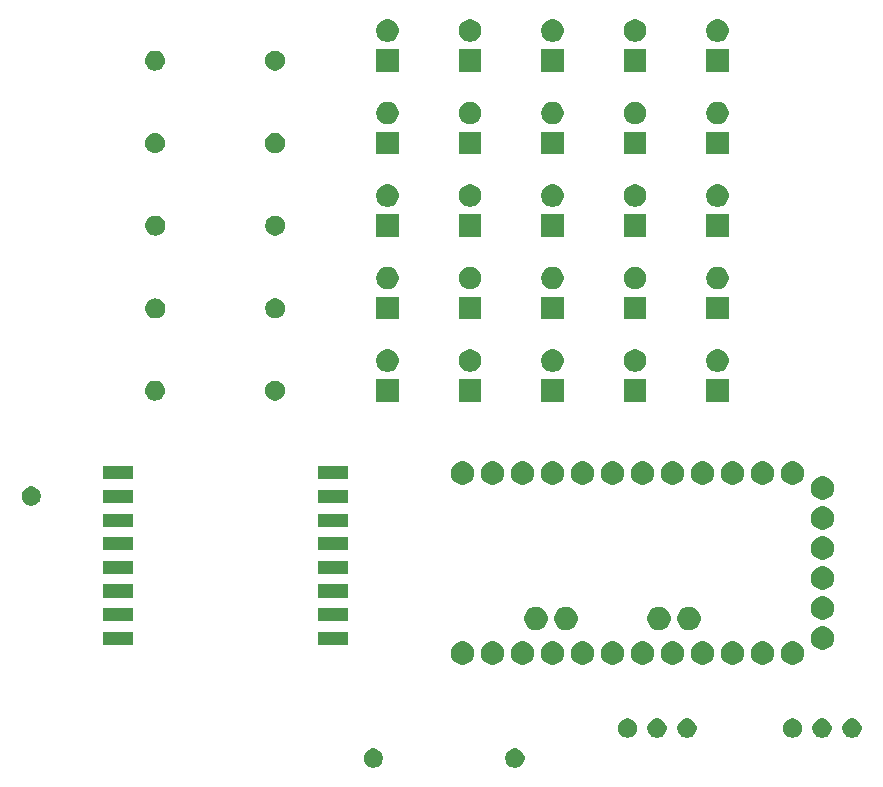
<source format=gbr>
G04 #@! TF.GenerationSoftware,KiCad,Pcbnew,(5.0.2-5)-5*
G04 #@! TF.CreationDate,2022-03-24T12:02:08+00:00*
G04 #@! TF.ProjectId,bee-badge-2000,6265652d-6261-4646-9765-2d323030302e,rev?*
G04 #@! TF.SameCoordinates,Original*
G04 #@! TF.FileFunction,Soldermask,Top*
G04 #@! TF.FilePolarity,Negative*
%FSLAX46Y46*%
G04 Gerber Fmt 4.6, Leading zero omitted, Abs format (unit mm)*
G04 Created by KiCad (PCBNEW (5.0.2-5)-5) date Thursday, 24 March 2022 at 12:02:08*
%MOMM*%
%LPD*%
G01*
G04 APERTURE LIST*
%ADD10C,0.100000*%
G04 APERTURE END LIST*
D10*
G36*
X148192142Y-83038242D02*
X148340102Y-83099530D01*
X148473258Y-83188502D01*
X148586498Y-83301742D01*
X148675470Y-83434898D01*
X148736758Y-83582858D01*
X148768000Y-83739925D01*
X148768000Y-83900075D01*
X148736758Y-84057142D01*
X148675470Y-84205102D01*
X148586498Y-84338258D01*
X148473258Y-84451498D01*
X148340102Y-84540470D01*
X148192142Y-84601758D01*
X148035075Y-84633000D01*
X147874925Y-84633000D01*
X147717858Y-84601758D01*
X147569898Y-84540470D01*
X147436742Y-84451498D01*
X147323502Y-84338258D01*
X147234530Y-84205102D01*
X147173242Y-84057142D01*
X147142000Y-83900075D01*
X147142000Y-83739925D01*
X147173242Y-83582858D01*
X147234530Y-83434898D01*
X147323502Y-83301742D01*
X147436742Y-83188502D01*
X147569898Y-83099530D01*
X147717858Y-83038242D01*
X147874925Y-83007000D01*
X148035075Y-83007000D01*
X148192142Y-83038242D01*
X148192142Y-83038242D01*
G37*
G36*
X136192142Y-83038242D02*
X136340102Y-83099530D01*
X136473258Y-83188502D01*
X136586498Y-83301742D01*
X136675470Y-83434898D01*
X136736758Y-83582858D01*
X136768000Y-83739925D01*
X136768000Y-83900075D01*
X136736758Y-84057142D01*
X136675470Y-84205102D01*
X136586498Y-84338258D01*
X136473258Y-84451498D01*
X136340102Y-84540470D01*
X136192142Y-84601758D01*
X136035075Y-84633000D01*
X135874925Y-84633000D01*
X135717858Y-84601758D01*
X135569898Y-84540470D01*
X135436742Y-84451498D01*
X135323502Y-84338258D01*
X135234530Y-84205102D01*
X135173242Y-84057142D01*
X135142000Y-83900075D01*
X135142000Y-83739925D01*
X135173242Y-83582858D01*
X135234530Y-83434898D01*
X135323502Y-83301742D01*
X135436742Y-83188502D01*
X135569898Y-83099530D01*
X135717858Y-83038242D01*
X135874925Y-83007000D01*
X136035075Y-83007000D01*
X136192142Y-83038242D01*
X136192142Y-83038242D01*
G37*
G36*
X171687142Y-80498242D02*
X171835102Y-80559530D01*
X171968258Y-80648502D01*
X172081498Y-80761742D01*
X172170470Y-80894898D01*
X172231758Y-81042858D01*
X172263000Y-81199925D01*
X172263000Y-81360075D01*
X172231758Y-81517142D01*
X172170470Y-81665102D01*
X172081498Y-81798258D01*
X171968258Y-81911498D01*
X171835102Y-82000470D01*
X171687142Y-82061758D01*
X171530075Y-82093000D01*
X171369925Y-82093000D01*
X171212858Y-82061758D01*
X171064898Y-82000470D01*
X170931742Y-81911498D01*
X170818502Y-81798258D01*
X170729530Y-81665102D01*
X170668242Y-81517142D01*
X170637000Y-81360075D01*
X170637000Y-81199925D01*
X170668242Y-81042858D01*
X170729530Y-80894898D01*
X170818502Y-80761742D01*
X170931742Y-80648502D01*
X171064898Y-80559530D01*
X171212858Y-80498242D01*
X171369925Y-80467000D01*
X171530075Y-80467000D01*
X171687142Y-80498242D01*
X171687142Y-80498242D01*
G37*
G36*
X162757142Y-80498242D02*
X162905102Y-80559530D01*
X163038258Y-80648502D01*
X163151498Y-80761742D01*
X163240470Y-80894898D01*
X163301758Y-81042858D01*
X163333000Y-81199925D01*
X163333000Y-81360075D01*
X163301758Y-81517142D01*
X163240470Y-81665102D01*
X163151498Y-81798258D01*
X163038258Y-81911498D01*
X162905102Y-82000470D01*
X162757142Y-82061758D01*
X162600075Y-82093000D01*
X162439925Y-82093000D01*
X162282858Y-82061758D01*
X162134898Y-82000470D01*
X162001742Y-81911498D01*
X161888502Y-81798258D01*
X161799530Y-81665102D01*
X161738242Y-81517142D01*
X161707000Y-81360075D01*
X161707000Y-81199925D01*
X161738242Y-81042858D01*
X161799530Y-80894898D01*
X161888502Y-80761742D01*
X162001742Y-80648502D01*
X162134898Y-80559530D01*
X162282858Y-80498242D01*
X162439925Y-80467000D01*
X162600075Y-80467000D01*
X162757142Y-80498242D01*
X162757142Y-80498242D01*
G37*
G36*
X160217142Y-80498242D02*
X160365102Y-80559530D01*
X160498258Y-80648502D01*
X160611498Y-80761742D01*
X160700470Y-80894898D01*
X160761758Y-81042858D01*
X160793000Y-81199925D01*
X160793000Y-81360075D01*
X160761758Y-81517142D01*
X160700470Y-81665102D01*
X160611498Y-81798258D01*
X160498258Y-81911498D01*
X160365102Y-82000470D01*
X160217142Y-82061758D01*
X160060075Y-82093000D01*
X159899925Y-82093000D01*
X159742858Y-82061758D01*
X159594898Y-82000470D01*
X159461742Y-81911498D01*
X159348502Y-81798258D01*
X159259530Y-81665102D01*
X159198242Y-81517142D01*
X159167000Y-81360075D01*
X159167000Y-81199925D01*
X159198242Y-81042858D01*
X159259530Y-80894898D01*
X159348502Y-80761742D01*
X159461742Y-80648502D01*
X159594898Y-80559530D01*
X159742858Y-80498242D01*
X159899925Y-80467000D01*
X160060075Y-80467000D01*
X160217142Y-80498242D01*
X160217142Y-80498242D01*
G37*
G36*
X157717142Y-80498242D02*
X157865102Y-80559530D01*
X157998258Y-80648502D01*
X158111498Y-80761742D01*
X158200470Y-80894898D01*
X158261758Y-81042858D01*
X158293000Y-81199925D01*
X158293000Y-81360075D01*
X158261758Y-81517142D01*
X158200470Y-81665102D01*
X158111498Y-81798258D01*
X157998258Y-81911498D01*
X157865102Y-82000470D01*
X157717142Y-82061758D01*
X157560075Y-82093000D01*
X157399925Y-82093000D01*
X157242858Y-82061758D01*
X157094898Y-82000470D01*
X156961742Y-81911498D01*
X156848502Y-81798258D01*
X156759530Y-81665102D01*
X156698242Y-81517142D01*
X156667000Y-81360075D01*
X156667000Y-81199925D01*
X156698242Y-81042858D01*
X156759530Y-80894898D01*
X156848502Y-80761742D01*
X156961742Y-80648502D01*
X157094898Y-80559530D01*
X157242858Y-80498242D01*
X157399925Y-80467000D01*
X157560075Y-80467000D01*
X157717142Y-80498242D01*
X157717142Y-80498242D01*
G37*
G36*
X174187142Y-80498242D02*
X174335102Y-80559530D01*
X174468258Y-80648502D01*
X174581498Y-80761742D01*
X174670470Y-80894898D01*
X174731758Y-81042858D01*
X174763000Y-81199925D01*
X174763000Y-81360075D01*
X174731758Y-81517142D01*
X174670470Y-81665102D01*
X174581498Y-81798258D01*
X174468258Y-81911498D01*
X174335102Y-82000470D01*
X174187142Y-82061758D01*
X174030075Y-82093000D01*
X173869925Y-82093000D01*
X173712858Y-82061758D01*
X173564898Y-82000470D01*
X173431742Y-81911498D01*
X173318502Y-81798258D01*
X173229530Y-81665102D01*
X173168242Y-81517142D01*
X173137000Y-81360075D01*
X173137000Y-81199925D01*
X173168242Y-81042858D01*
X173229530Y-80894898D01*
X173318502Y-80761742D01*
X173431742Y-80648502D01*
X173564898Y-80559530D01*
X173712858Y-80498242D01*
X173869925Y-80467000D01*
X174030075Y-80467000D01*
X174187142Y-80498242D01*
X174187142Y-80498242D01*
G37*
G36*
X176727142Y-80498242D02*
X176875102Y-80559530D01*
X177008258Y-80648502D01*
X177121498Y-80761742D01*
X177210470Y-80894898D01*
X177271758Y-81042858D01*
X177303000Y-81199925D01*
X177303000Y-81360075D01*
X177271758Y-81517142D01*
X177210470Y-81665102D01*
X177121498Y-81798258D01*
X177008258Y-81911498D01*
X176875102Y-82000470D01*
X176727142Y-82061758D01*
X176570075Y-82093000D01*
X176409925Y-82093000D01*
X176252858Y-82061758D01*
X176104898Y-82000470D01*
X175971742Y-81911498D01*
X175858502Y-81798258D01*
X175769530Y-81665102D01*
X175708242Y-81517142D01*
X175677000Y-81360075D01*
X175677000Y-81199925D01*
X175708242Y-81042858D01*
X175769530Y-80894898D01*
X175858502Y-80761742D01*
X175971742Y-80648502D01*
X176104898Y-80559530D01*
X176252858Y-80498242D01*
X176409925Y-80467000D01*
X176570075Y-80467000D01*
X176727142Y-80498242D01*
X176727142Y-80498242D01*
G37*
G36*
X151419003Y-73977275D02*
X151419005Y-73977276D01*
X151419006Y-73977276D01*
X151599320Y-74051964D01*
X151759410Y-74158933D01*
X151761601Y-74160397D01*
X151899603Y-74298399D01*
X151899605Y-74298402D01*
X152008036Y-74460680D01*
X152082724Y-74640994D01*
X152120800Y-74832415D01*
X152120800Y-75027585D01*
X152082724Y-75219006D01*
X152008036Y-75399320D01*
X152008035Y-75399321D01*
X151899603Y-75561601D01*
X151761601Y-75699603D01*
X151761598Y-75699605D01*
X151599320Y-75808036D01*
X151419006Y-75882724D01*
X151419005Y-75882724D01*
X151419003Y-75882725D01*
X151227587Y-75920800D01*
X151032413Y-75920800D01*
X150840997Y-75882725D01*
X150840995Y-75882724D01*
X150840994Y-75882724D01*
X150660680Y-75808036D01*
X150498402Y-75699605D01*
X150498399Y-75699603D01*
X150360397Y-75561601D01*
X150251965Y-75399321D01*
X150251964Y-75399320D01*
X150177276Y-75219006D01*
X150139200Y-75027585D01*
X150139200Y-74832415D01*
X150177276Y-74640994D01*
X150251964Y-74460680D01*
X150360395Y-74298402D01*
X150360397Y-74298399D01*
X150498399Y-74160397D01*
X150500590Y-74158933D01*
X150660680Y-74051964D01*
X150840994Y-73977276D01*
X150840995Y-73977276D01*
X150840997Y-73977275D01*
X151032413Y-73939200D01*
X151227587Y-73939200D01*
X151419003Y-73977275D01*
X151419003Y-73977275D01*
G37*
G36*
X148879003Y-73977275D02*
X148879005Y-73977276D01*
X148879006Y-73977276D01*
X149059320Y-74051964D01*
X149219410Y-74158933D01*
X149221601Y-74160397D01*
X149359603Y-74298399D01*
X149359605Y-74298402D01*
X149468036Y-74460680D01*
X149542724Y-74640994D01*
X149580800Y-74832415D01*
X149580800Y-75027585D01*
X149542724Y-75219006D01*
X149468036Y-75399320D01*
X149468035Y-75399321D01*
X149359603Y-75561601D01*
X149221601Y-75699603D01*
X149221598Y-75699605D01*
X149059320Y-75808036D01*
X148879006Y-75882724D01*
X148879005Y-75882724D01*
X148879003Y-75882725D01*
X148687587Y-75920800D01*
X148492413Y-75920800D01*
X148300997Y-75882725D01*
X148300995Y-75882724D01*
X148300994Y-75882724D01*
X148120680Y-75808036D01*
X147958402Y-75699605D01*
X147958399Y-75699603D01*
X147820397Y-75561601D01*
X147711965Y-75399321D01*
X147711964Y-75399320D01*
X147637276Y-75219006D01*
X147599200Y-75027585D01*
X147599200Y-74832415D01*
X147637276Y-74640994D01*
X147711964Y-74460680D01*
X147820395Y-74298402D01*
X147820397Y-74298399D01*
X147958399Y-74160397D01*
X147960590Y-74158933D01*
X148120680Y-74051964D01*
X148300994Y-73977276D01*
X148300995Y-73977276D01*
X148300997Y-73977275D01*
X148492413Y-73939200D01*
X148687587Y-73939200D01*
X148879003Y-73977275D01*
X148879003Y-73977275D01*
G37*
G36*
X146339003Y-73977275D02*
X146339005Y-73977276D01*
X146339006Y-73977276D01*
X146519320Y-74051964D01*
X146679410Y-74158933D01*
X146681601Y-74160397D01*
X146819603Y-74298399D01*
X146819605Y-74298402D01*
X146928036Y-74460680D01*
X147002724Y-74640994D01*
X147040800Y-74832415D01*
X147040800Y-75027585D01*
X147002724Y-75219006D01*
X146928036Y-75399320D01*
X146928035Y-75399321D01*
X146819603Y-75561601D01*
X146681601Y-75699603D01*
X146681598Y-75699605D01*
X146519320Y-75808036D01*
X146339006Y-75882724D01*
X146339005Y-75882724D01*
X146339003Y-75882725D01*
X146147587Y-75920800D01*
X145952413Y-75920800D01*
X145760997Y-75882725D01*
X145760995Y-75882724D01*
X145760994Y-75882724D01*
X145580680Y-75808036D01*
X145418402Y-75699605D01*
X145418399Y-75699603D01*
X145280397Y-75561601D01*
X145171965Y-75399321D01*
X145171964Y-75399320D01*
X145097276Y-75219006D01*
X145059200Y-75027585D01*
X145059200Y-74832415D01*
X145097276Y-74640994D01*
X145171964Y-74460680D01*
X145280395Y-74298402D01*
X145280397Y-74298399D01*
X145418399Y-74160397D01*
X145420590Y-74158933D01*
X145580680Y-74051964D01*
X145760994Y-73977276D01*
X145760995Y-73977276D01*
X145760997Y-73977275D01*
X145952413Y-73939200D01*
X146147587Y-73939200D01*
X146339003Y-73977275D01*
X146339003Y-73977275D01*
G37*
G36*
X143799003Y-73977275D02*
X143799005Y-73977276D01*
X143799006Y-73977276D01*
X143979320Y-74051964D01*
X144139410Y-74158933D01*
X144141601Y-74160397D01*
X144279603Y-74298399D01*
X144279605Y-74298402D01*
X144388036Y-74460680D01*
X144462724Y-74640994D01*
X144500800Y-74832415D01*
X144500800Y-75027585D01*
X144462724Y-75219006D01*
X144388036Y-75399320D01*
X144388035Y-75399321D01*
X144279603Y-75561601D01*
X144141601Y-75699603D01*
X144141598Y-75699605D01*
X143979320Y-75808036D01*
X143799006Y-75882724D01*
X143799005Y-75882724D01*
X143799003Y-75882725D01*
X143607587Y-75920800D01*
X143412413Y-75920800D01*
X143220997Y-75882725D01*
X143220995Y-75882724D01*
X143220994Y-75882724D01*
X143040680Y-75808036D01*
X142878402Y-75699605D01*
X142878399Y-75699603D01*
X142740397Y-75561601D01*
X142631965Y-75399321D01*
X142631964Y-75399320D01*
X142557276Y-75219006D01*
X142519200Y-75027585D01*
X142519200Y-74832415D01*
X142557276Y-74640994D01*
X142631964Y-74460680D01*
X142740395Y-74298402D01*
X142740397Y-74298399D01*
X142878399Y-74160397D01*
X142880590Y-74158933D01*
X143040680Y-74051964D01*
X143220994Y-73977276D01*
X143220995Y-73977276D01*
X143220997Y-73977275D01*
X143412413Y-73939200D01*
X143607587Y-73939200D01*
X143799003Y-73977275D01*
X143799003Y-73977275D01*
G37*
G36*
X171739003Y-73977275D02*
X171739005Y-73977276D01*
X171739006Y-73977276D01*
X171919320Y-74051964D01*
X172079410Y-74158933D01*
X172081601Y-74160397D01*
X172219603Y-74298399D01*
X172219605Y-74298402D01*
X172328036Y-74460680D01*
X172402724Y-74640994D01*
X172440800Y-74832415D01*
X172440800Y-75027585D01*
X172402724Y-75219006D01*
X172328036Y-75399320D01*
X172328035Y-75399321D01*
X172219603Y-75561601D01*
X172081601Y-75699603D01*
X172081598Y-75699605D01*
X171919320Y-75808036D01*
X171739006Y-75882724D01*
X171739005Y-75882724D01*
X171739003Y-75882725D01*
X171547587Y-75920800D01*
X171352413Y-75920800D01*
X171160997Y-75882725D01*
X171160995Y-75882724D01*
X171160994Y-75882724D01*
X170980680Y-75808036D01*
X170818402Y-75699605D01*
X170818399Y-75699603D01*
X170680397Y-75561601D01*
X170571965Y-75399321D01*
X170571964Y-75399320D01*
X170497276Y-75219006D01*
X170459200Y-75027585D01*
X170459200Y-74832415D01*
X170497276Y-74640994D01*
X170571964Y-74460680D01*
X170680395Y-74298402D01*
X170680397Y-74298399D01*
X170818399Y-74160397D01*
X170820590Y-74158933D01*
X170980680Y-74051964D01*
X171160994Y-73977276D01*
X171160995Y-73977276D01*
X171160997Y-73977275D01*
X171352413Y-73939200D01*
X171547587Y-73939200D01*
X171739003Y-73977275D01*
X171739003Y-73977275D01*
G37*
G36*
X169199003Y-73977275D02*
X169199005Y-73977276D01*
X169199006Y-73977276D01*
X169379320Y-74051964D01*
X169539410Y-74158933D01*
X169541601Y-74160397D01*
X169679603Y-74298399D01*
X169679605Y-74298402D01*
X169788036Y-74460680D01*
X169862724Y-74640994D01*
X169900800Y-74832415D01*
X169900800Y-75027585D01*
X169862724Y-75219006D01*
X169788036Y-75399320D01*
X169788035Y-75399321D01*
X169679603Y-75561601D01*
X169541601Y-75699603D01*
X169541598Y-75699605D01*
X169379320Y-75808036D01*
X169199006Y-75882724D01*
X169199005Y-75882724D01*
X169199003Y-75882725D01*
X169007587Y-75920800D01*
X168812413Y-75920800D01*
X168620997Y-75882725D01*
X168620995Y-75882724D01*
X168620994Y-75882724D01*
X168440680Y-75808036D01*
X168278402Y-75699605D01*
X168278399Y-75699603D01*
X168140397Y-75561601D01*
X168031965Y-75399321D01*
X168031964Y-75399320D01*
X167957276Y-75219006D01*
X167919200Y-75027585D01*
X167919200Y-74832415D01*
X167957276Y-74640994D01*
X168031964Y-74460680D01*
X168140395Y-74298402D01*
X168140397Y-74298399D01*
X168278399Y-74160397D01*
X168280590Y-74158933D01*
X168440680Y-74051964D01*
X168620994Y-73977276D01*
X168620995Y-73977276D01*
X168620997Y-73977275D01*
X168812413Y-73939200D01*
X169007587Y-73939200D01*
X169199003Y-73977275D01*
X169199003Y-73977275D01*
G37*
G36*
X166659003Y-73977275D02*
X166659005Y-73977276D01*
X166659006Y-73977276D01*
X166839320Y-74051964D01*
X166999410Y-74158933D01*
X167001601Y-74160397D01*
X167139603Y-74298399D01*
X167139605Y-74298402D01*
X167248036Y-74460680D01*
X167322724Y-74640994D01*
X167360800Y-74832415D01*
X167360800Y-75027585D01*
X167322724Y-75219006D01*
X167248036Y-75399320D01*
X167248035Y-75399321D01*
X167139603Y-75561601D01*
X167001601Y-75699603D01*
X167001598Y-75699605D01*
X166839320Y-75808036D01*
X166659006Y-75882724D01*
X166659005Y-75882724D01*
X166659003Y-75882725D01*
X166467587Y-75920800D01*
X166272413Y-75920800D01*
X166080997Y-75882725D01*
X166080995Y-75882724D01*
X166080994Y-75882724D01*
X165900680Y-75808036D01*
X165738402Y-75699605D01*
X165738399Y-75699603D01*
X165600397Y-75561601D01*
X165491965Y-75399321D01*
X165491964Y-75399320D01*
X165417276Y-75219006D01*
X165379200Y-75027585D01*
X165379200Y-74832415D01*
X165417276Y-74640994D01*
X165491964Y-74460680D01*
X165600395Y-74298402D01*
X165600397Y-74298399D01*
X165738399Y-74160397D01*
X165740590Y-74158933D01*
X165900680Y-74051964D01*
X166080994Y-73977276D01*
X166080995Y-73977276D01*
X166080997Y-73977275D01*
X166272413Y-73939200D01*
X166467587Y-73939200D01*
X166659003Y-73977275D01*
X166659003Y-73977275D01*
G37*
G36*
X164119003Y-73977275D02*
X164119005Y-73977276D01*
X164119006Y-73977276D01*
X164299320Y-74051964D01*
X164459410Y-74158933D01*
X164461601Y-74160397D01*
X164599603Y-74298399D01*
X164599605Y-74298402D01*
X164708036Y-74460680D01*
X164782724Y-74640994D01*
X164820800Y-74832415D01*
X164820800Y-75027585D01*
X164782724Y-75219006D01*
X164708036Y-75399320D01*
X164708035Y-75399321D01*
X164599603Y-75561601D01*
X164461601Y-75699603D01*
X164461598Y-75699605D01*
X164299320Y-75808036D01*
X164119006Y-75882724D01*
X164119005Y-75882724D01*
X164119003Y-75882725D01*
X163927587Y-75920800D01*
X163732413Y-75920800D01*
X163540997Y-75882725D01*
X163540995Y-75882724D01*
X163540994Y-75882724D01*
X163360680Y-75808036D01*
X163198402Y-75699605D01*
X163198399Y-75699603D01*
X163060397Y-75561601D01*
X162951965Y-75399321D01*
X162951964Y-75399320D01*
X162877276Y-75219006D01*
X162839200Y-75027585D01*
X162839200Y-74832415D01*
X162877276Y-74640994D01*
X162951964Y-74460680D01*
X163060395Y-74298402D01*
X163060397Y-74298399D01*
X163198399Y-74160397D01*
X163200590Y-74158933D01*
X163360680Y-74051964D01*
X163540994Y-73977276D01*
X163540995Y-73977276D01*
X163540997Y-73977275D01*
X163732413Y-73939200D01*
X163927587Y-73939200D01*
X164119003Y-73977275D01*
X164119003Y-73977275D01*
G37*
G36*
X161579003Y-73977275D02*
X161579005Y-73977276D01*
X161579006Y-73977276D01*
X161759320Y-74051964D01*
X161919410Y-74158933D01*
X161921601Y-74160397D01*
X162059603Y-74298399D01*
X162059605Y-74298402D01*
X162168036Y-74460680D01*
X162242724Y-74640994D01*
X162280800Y-74832415D01*
X162280800Y-75027585D01*
X162242724Y-75219006D01*
X162168036Y-75399320D01*
X162168035Y-75399321D01*
X162059603Y-75561601D01*
X161921601Y-75699603D01*
X161921598Y-75699605D01*
X161759320Y-75808036D01*
X161579006Y-75882724D01*
X161579005Y-75882724D01*
X161579003Y-75882725D01*
X161387587Y-75920800D01*
X161192413Y-75920800D01*
X161000997Y-75882725D01*
X161000995Y-75882724D01*
X161000994Y-75882724D01*
X160820680Y-75808036D01*
X160658402Y-75699605D01*
X160658399Y-75699603D01*
X160520397Y-75561601D01*
X160411965Y-75399321D01*
X160411964Y-75399320D01*
X160337276Y-75219006D01*
X160299200Y-75027585D01*
X160299200Y-74832415D01*
X160337276Y-74640994D01*
X160411964Y-74460680D01*
X160520395Y-74298402D01*
X160520397Y-74298399D01*
X160658399Y-74160397D01*
X160660590Y-74158933D01*
X160820680Y-74051964D01*
X161000994Y-73977276D01*
X161000995Y-73977276D01*
X161000997Y-73977275D01*
X161192413Y-73939200D01*
X161387587Y-73939200D01*
X161579003Y-73977275D01*
X161579003Y-73977275D01*
G37*
G36*
X159039003Y-73977275D02*
X159039005Y-73977276D01*
X159039006Y-73977276D01*
X159219320Y-74051964D01*
X159379410Y-74158933D01*
X159381601Y-74160397D01*
X159519603Y-74298399D01*
X159519605Y-74298402D01*
X159628036Y-74460680D01*
X159702724Y-74640994D01*
X159740800Y-74832415D01*
X159740800Y-75027585D01*
X159702724Y-75219006D01*
X159628036Y-75399320D01*
X159628035Y-75399321D01*
X159519603Y-75561601D01*
X159381601Y-75699603D01*
X159381598Y-75699605D01*
X159219320Y-75808036D01*
X159039006Y-75882724D01*
X159039005Y-75882724D01*
X159039003Y-75882725D01*
X158847587Y-75920800D01*
X158652413Y-75920800D01*
X158460997Y-75882725D01*
X158460995Y-75882724D01*
X158460994Y-75882724D01*
X158280680Y-75808036D01*
X158118402Y-75699605D01*
X158118399Y-75699603D01*
X157980397Y-75561601D01*
X157871965Y-75399321D01*
X157871964Y-75399320D01*
X157797276Y-75219006D01*
X157759200Y-75027585D01*
X157759200Y-74832415D01*
X157797276Y-74640994D01*
X157871964Y-74460680D01*
X157980395Y-74298402D01*
X157980397Y-74298399D01*
X158118399Y-74160397D01*
X158120590Y-74158933D01*
X158280680Y-74051964D01*
X158460994Y-73977276D01*
X158460995Y-73977276D01*
X158460997Y-73977275D01*
X158652413Y-73939200D01*
X158847587Y-73939200D01*
X159039003Y-73977275D01*
X159039003Y-73977275D01*
G37*
G36*
X156499003Y-73977275D02*
X156499005Y-73977276D01*
X156499006Y-73977276D01*
X156679320Y-74051964D01*
X156839410Y-74158933D01*
X156841601Y-74160397D01*
X156979603Y-74298399D01*
X156979605Y-74298402D01*
X157088036Y-74460680D01*
X157162724Y-74640994D01*
X157200800Y-74832415D01*
X157200800Y-75027585D01*
X157162724Y-75219006D01*
X157088036Y-75399320D01*
X157088035Y-75399321D01*
X156979603Y-75561601D01*
X156841601Y-75699603D01*
X156841598Y-75699605D01*
X156679320Y-75808036D01*
X156499006Y-75882724D01*
X156499005Y-75882724D01*
X156499003Y-75882725D01*
X156307587Y-75920800D01*
X156112413Y-75920800D01*
X155920997Y-75882725D01*
X155920995Y-75882724D01*
X155920994Y-75882724D01*
X155740680Y-75808036D01*
X155578402Y-75699605D01*
X155578399Y-75699603D01*
X155440397Y-75561601D01*
X155331965Y-75399321D01*
X155331964Y-75399320D01*
X155257276Y-75219006D01*
X155219200Y-75027585D01*
X155219200Y-74832415D01*
X155257276Y-74640994D01*
X155331964Y-74460680D01*
X155440395Y-74298402D01*
X155440397Y-74298399D01*
X155578399Y-74160397D01*
X155580590Y-74158933D01*
X155740680Y-74051964D01*
X155920994Y-73977276D01*
X155920995Y-73977276D01*
X155920997Y-73977275D01*
X156112413Y-73939200D01*
X156307587Y-73939200D01*
X156499003Y-73977275D01*
X156499003Y-73977275D01*
G37*
G36*
X153959003Y-73977275D02*
X153959005Y-73977276D01*
X153959006Y-73977276D01*
X154139320Y-74051964D01*
X154299410Y-74158933D01*
X154301601Y-74160397D01*
X154439603Y-74298399D01*
X154439605Y-74298402D01*
X154548036Y-74460680D01*
X154622724Y-74640994D01*
X154660800Y-74832415D01*
X154660800Y-75027585D01*
X154622724Y-75219006D01*
X154548036Y-75399320D01*
X154548035Y-75399321D01*
X154439603Y-75561601D01*
X154301601Y-75699603D01*
X154301598Y-75699605D01*
X154139320Y-75808036D01*
X153959006Y-75882724D01*
X153959005Y-75882724D01*
X153959003Y-75882725D01*
X153767587Y-75920800D01*
X153572413Y-75920800D01*
X153380997Y-75882725D01*
X153380995Y-75882724D01*
X153380994Y-75882724D01*
X153200680Y-75808036D01*
X153038402Y-75699605D01*
X153038399Y-75699603D01*
X152900397Y-75561601D01*
X152791965Y-75399321D01*
X152791964Y-75399320D01*
X152717276Y-75219006D01*
X152679200Y-75027585D01*
X152679200Y-74832415D01*
X152717276Y-74640994D01*
X152791964Y-74460680D01*
X152900395Y-74298402D01*
X152900397Y-74298399D01*
X153038399Y-74160397D01*
X153040590Y-74158933D01*
X153200680Y-74051964D01*
X153380994Y-73977276D01*
X153380995Y-73977276D01*
X153380997Y-73977275D01*
X153572413Y-73939200D01*
X153767587Y-73939200D01*
X153959003Y-73977275D01*
X153959003Y-73977275D01*
G37*
G36*
X174279003Y-72707275D02*
X174279005Y-72707276D01*
X174279006Y-72707276D01*
X174459320Y-72781964D01*
X174459321Y-72781965D01*
X174621601Y-72890397D01*
X174759603Y-73028399D01*
X174759605Y-73028402D01*
X174868036Y-73190680D01*
X174942724Y-73370994D01*
X174980800Y-73562415D01*
X174980800Y-73757585D01*
X174942724Y-73949006D01*
X174868036Y-74129320D01*
X174868035Y-74129321D01*
X174759603Y-74291601D01*
X174621601Y-74429603D01*
X174621598Y-74429605D01*
X174459320Y-74538036D01*
X174279006Y-74612724D01*
X174279005Y-74612724D01*
X174279003Y-74612725D01*
X174087587Y-74650800D01*
X173892413Y-74650800D01*
X173700997Y-74612725D01*
X173700995Y-74612724D01*
X173700994Y-74612724D01*
X173520680Y-74538036D01*
X173358402Y-74429605D01*
X173358399Y-74429603D01*
X173220397Y-74291601D01*
X173111965Y-74129321D01*
X173111964Y-74129320D01*
X173037276Y-73949006D01*
X172999200Y-73757585D01*
X172999200Y-73562415D01*
X173037276Y-73370994D01*
X173111964Y-73190680D01*
X173220395Y-73028402D01*
X173220397Y-73028399D01*
X173358399Y-72890397D01*
X173520679Y-72781965D01*
X173520680Y-72781964D01*
X173700994Y-72707276D01*
X173700995Y-72707276D01*
X173700997Y-72707275D01*
X173892413Y-72669200D01*
X174087587Y-72669200D01*
X174279003Y-72707275D01*
X174279003Y-72707275D01*
G37*
G36*
X115645000Y-74226000D02*
X113043000Y-74226000D01*
X113043000Y-73124000D01*
X115645000Y-73124000D01*
X115645000Y-74226000D01*
X115645000Y-74226000D01*
G37*
G36*
X133845000Y-74226000D02*
X131243000Y-74226000D01*
X131243000Y-73124000D01*
X133845000Y-73124000D01*
X133845000Y-74226000D01*
X133845000Y-74226000D01*
G37*
G36*
X160436003Y-71056275D02*
X160436005Y-71056276D01*
X160436006Y-71056276D01*
X160616320Y-71130964D01*
X160616321Y-71130965D01*
X160778601Y-71239397D01*
X160916603Y-71377399D01*
X160916605Y-71377402D01*
X161025036Y-71539680D01*
X161099724Y-71719994D01*
X161099725Y-71719997D01*
X161133462Y-71889605D01*
X161137800Y-71911415D01*
X161137800Y-72106585D01*
X161099724Y-72298006D01*
X161025036Y-72478320D01*
X161025035Y-72478321D01*
X160916603Y-72640601D01*
X160778601Y-72778603D01*
X160778598Y-72778605D01*
X160616320Y-72887036D01*
X160436006Y-72961724D01*
X160436005Y-72961724D01*
X160436003Y-72961725D01*
X160244587Y-72999800D01*
X160049413Y-72999800D01*
X159857997Y-72961725D01*
X159857995Y-72961724D01*
X159857994Y-72961724D01*
X159677680Y-72887036D01*
X159515402Y-72778605D01*
X159515399Y-72778603D01*
X159377397Y-72640601D01*
X159268965Y-72478321D01*
X159268964Y-72478320D01*
X159194276Y-72298006D01*
X159156200Y-72106585D01*
X159156200Y-71911415D01*
X159160538Y-71889605D01*
X159194275Y-71719997D01*
X159194276Y-71719994D01*
X159268964Y-71539680D01*
X159377395Y-71377402D01*
X159377397Y-71377399D01*
X159515399Y-71239397D01*
X159677679Y-71130965D01*
X159677680Y-71130964D01*
X159857994Y-71056276D01*
X159857995Y-71056276D01*
X159857997Y-71056275D01*
X160049413Y-71018200D01*
X160244587Y-71018200D01*
X160436003Y-71056275D01*
X160436003Y-71056275D01*
G37*
G36*
X162976003Y-71056275D02*
X162976005Y-71056276D01*
X162976006Y-71056276D01*
X163156320Y-71130964D01*
X163156321Y-71130965D01*
X163318601Y-71239397D01*
X163456603Y-71377399D01*
X163456605Y-71377402D01*
X163565036Y-71539680D01*
X163639724Y-71719994D01*
X163639725Y-71719997D01*
X163673462Y-71889605D01*
X163677800Y-71911415D01*
X163677800Y-72106585D01*
X163639724Y-72298006D01*
X163565036Y-72478320D01*
X163565035Y-72478321D01*
X163456603Y-72640601D01*
X163318601Y-72778603D01*
X163318598Y-72778605D01*
X163156320Y-72887036D01*
X162976006Y-72961724D01*
X162976005Y-72961724D01*
X162976003Y-72961725D01*
X162784587Y-72999800D01*
X162589413Y-72999800D01*
X162397997Y-72961725D01*
X162397995Y-72961724D01*
X162397994Y-72961724D01*
X162217680Y-72887036D01*
X162055402Y-72778605D01*
X162055399Y-72778603D01*
X161917397Y-72640601D01*
X161808965Y-72478321D01*
X161808964Y-72478320D01*
X161734276Y-72298006D01*
X161696200Y-72106585D01*
X161696200Y-71911415D01*
X161700538Y-71889605D01*
X161734275Y-71719997D01*
X161734276Y-71719994D01*
X161808964Y-71539680D01*
X161917395Y-71377402D01*
X161917397Y-71377399D01*
X162055399Y-71239397D01*
X162217679Y-71130965D01*
X162217680Y-71130964D01*
X162397994Y-71056276D01*
X162397995Y-71056276D01*
X162397997Y-71056275D01*
X162589413Y-71018200D01*
X162784587Y-71018200D01*
X162976003Y-71056275D01*
X162976003Y-71056275D01*
G37*
G36*
X152562003Y-71056275D02*
X152562005Y-71056276D01*
X152562006Y-71056276D01*
X152742320Y-71130964D01*
X152742321Y-71130965D01*
X152904601Y-71239397D01*
X153042603Y-71377399D01*
X153042605Y-71377402D01*
X153151036Y-71539680D01*
X153225724Y-71719994D01*
X153225725Y-71719997D01*
X153259462Y-71889605D01*
X153263800Y-71911415D01*
X153263800Y-72106585D01*
X153225724Y-72298006D01*
X153151036Y-72478320D01*
X153151035Y-72478321D01*
X153042603Y-72640601D01*
X152904601Y-72778603D01*
X152904598Y-72778605D01*
X152742320Y-72887036D01*
X152562006Y-72961724D01*
X152562005Y-72961724D01*
X152562003Y-72961725D01*
X152370587Y-72999800D01*
X152175413Y-72999800D01*
X151983997Y-72961725D01*
X151983995Y-72961724D01*
X151983994Y-72961724D01*
X151803680Y-72887036D01*
X151641402Y-72778605D01*
X151641399Y-72778603D01*
X151503397Y-72640601D01*
X151394965Y-72478321D01*
X151394964Y-72478320D01*
X151320276Y-72298006D01*
X151282200Y-72106585D01*
X151282200Y-71911415D01*
X151286538Y-71889605D01*
X151320275Y-71719997D01*
X151320276Y-71719994D01*
X151394964Y-71539680D01*
X151503395Y-71377402D01*
X151503397Y-71377399D01*
X151641399Y-71239397D01*
X151803679Y-71130965D01*
X151803680Y-71130964D01*
X151983994Y-71056276D01*
X151983995Y-71056276D01*
X151983997Y-71056275D01*
X152175413Y-71018200D01*
X152370587Y-71018200D01*
X152562003Y-71056275D01*
X152562003Y-71056275D01*
G37*
G36*
X150022003Y-71056275D02*
X150022005Y-71056276D01*
X150022006Y-71056276D01*
X150202320Y-71130964D01*
X150202321Y-71130965D01*
X150364601Y-71239397D01*
X150502603Y-71377399D01*
X150502605Y-71377402D01*
X150611036Y-71539680D01*
X150685724Y-71719994D01*
X150685725Y-71719997D01*
X150719462Y-71889605D01*
X150723800Y-71911415D01*
X150723800Y-72106585D01*
X150685724Y-72298006D01*
X150611036Y-72478320D01*
X150611035Y-72478321D01*
X150502603Y-72640601D01*
X150364601Y-72778603D01*
X150364598Y-72778605D01*
X150202320Y-72887036D01*
X150022006Y-72961724D01*
X150022005Y-72961724D01*
X150022003Y-72961725D01*
X149830587Y-72999800D01*
X149635413Y-72999800D01*
X149443997Y-72961725D01*
X149443995Y-72961724D01*
X149443994Y-72961724D01*
X149263680Y-72887036D01*
X149101402Y-72778605D01*
X149101399Y-72778603D01*
X148963397Y-72640601D01*
X148854965Y-72478321D01*
X148854964Y-72478320D01*
X148780276Y-72298006D01*
X148742200Y-72106585D01*
X148742200Y-71911415D01*
X148746538Y-71889605D01*
X148780275Y-71719997D01*
X148780276Y-71719994D01*
X148854964Y-71539680D01*
X148963395Y-71377402D01*
X148963397Y-71377399D01*
X149101399Y-71239397D01*
X149263679Y-71130965D01*
X149263680Y-71130964D01*
X149443994Y-71056276D01*
X149443995Y-71056276D01*
X149443997Y-71056275D01*
X149635413Y-71018200D01*
X149830587Y-71018200D01*
X150022003Y-71056275D01*
X150022003Y-71056275D01*
G37*
G36*
X115645000Y-72226000D02*
X113043000Y-72226000D01*
X113043000Y-71124000D01*
X115645000Y-71124000D01*
X115645000Y-72226000D01*
X115645000Y-72226000D01*
G37*
G36*
X133845000Y-72226000D02*
X131243000Y-72226000D01*
X131243000Y-71124000D01*
X133845000Y-71124000D01*
X133845000Y-72226000D01*
X133845000Y-72226000D01*
G37*
G36*
X174279003Y-70167275D02*
X174279005Y-70167276D01*
X174279006Y-70167276D01*
X174459320Y-70241964D01*
X174459321Y-70241965D01*
X174621601Y-70350397D01*
X174759603Y-70488399D01*
X174759605Y-70488402D01*
X174868036Y-70650680D01*
X174942724Y-70830994D01*
X174942725Y-70830997D01*
X174980800Y-71022413D01*
X174980800Y-71217587D01*
X174949011Y-71377402D01*
X174942724Y-71409006D01*
X174868036Y-71589320D01*
X174868035Y-71589321D01*
X174759603Y-71751601D01*
X174621601Y-71889603D01*
X174621598Y-71889605D01*
X174459320Y-71998036D01*
X174279006Y-72072724D01*
X174279005Y-72072724D01*
X174279003Y-72072725D01*
X174087587Y-72110800D01*
X173892413Y-72110800D01*
X173700997Y-72072725D01*
X173700995Y-72072724D01*
X173700994Y-72072724D01*
X173520680Y-71998036D01*
X173358402Y-71889605D01*
X173358399Y-71889603D01*
X173220397Y-71751601D01*
X173111965Y-71589321D01*
X173111964Y-71589320D01*
X173037276Y-71409006D01*
X173030990Y-71377402D01*
X172999200Y-71217587D01*
X172999200Y-71022413D01*
X173037275Y-70830997D01*
X173037276Y-70830994D01*
X173111964Y-70650680D01*
X173220395Y-70488402D01*
X173220397Y-70488399D01*
X173358399Y-70350397D01*
X173520679Y-70241965D01*
X173520680Y-70241964D01*
X173700994Y-70167276D01*
X173700995Y-70167276D01*
X173700997Y-70167275D01*
X173892413Y-70129200D01*
X174087587Y-70129200D01*
X174279003Y-70167275D01*
X174279003Y-70167275D01*
G37*
G36*
X115645000Y-70226000D02*
X113043000Y-70226000D01*
X113043000Y-69124000D01*
X115645000Y-69124000D01*
X115645000Y-70226000D01*
X115645000Y-70226000D01*
G37*
G36*
X133845000Y-70226000D02*
X131243000Y-70226000D01*
X131243000Y-69124000D01*
X133845000Y-69124000D01*
X133845000Y-70226000D01*
X133845000Y-70226000D01*
G37*
G36*
X174279003Y-67627275D02*
X174279005Y-67627276D01*
X174279006Y-67627276D01*
X174459320Y-67701964D01*
X174459321Y-67701965D01*
X174621601Y-67810397D01*
X174759603Y-67948399D01*
X174759605Y-67948402D01*
X174868036Y-68110680D01*
X174942724Y-68290994D01*
X174980800Y-68482415D01*
X174980800Y-68677585D01*
X174942724Y-68869006D01*
X174868036Y-69049320D01*
X174868035Y-69049321D01*
X174759603Y-69211601D01*
X174621601Y-69349603D01*
X174621598Y-69349605D01*
X174459320Y-69458036D01*
X174279006Y-69532724D01*
X174279005Y-69532724D01*
X174279003Y-69532725D01*
X174087587Y-69570800D01*
X173892413Y-69570800D01*
X173700997Y-69532725D01*
X173700995Y-69532724D01*
X173700994Y-69532724D01*
X173520680Y-69458036D01*
X173358402Y-69349605D01*
X173358399Y-69349603D01*
X173220397Y-69211601D01*
X173111965Y-69049321D01*
X173111964Y-69049320D01*
X173037276Y-68869006D01*
X172999200Y-68677585D01*
X172999200Y-68482415D01*
X173037276Y-68290994D01*
X173111964Y-68110680D01*
X173220395Y-67948402D01*
X173220397Y-67948399D01*
X173358399Y-67810397D01*
X173520679Y-67701965D01*
X173520680Y-67701964D01*
X173700994Y-67627276D01*
X173700995Y-67627276D01*
X173700997Y-67627275D01*
X173892413Y-67589200D01*
X174087587Y-67589200D01*
X174279003Y-67627275D01*
X174279003Y-67627275D01*
G37*
G36*
X133845000Y-68226000D02*
X131243000Y-68226000D01*
X131243000Y-67124000D01*
X133845000Y-67124000D01*
X133845000Y-68226000D01*
X133845000Y-68226000D01*
G37*
G36*
X115645000Y-68226000D02*
X113043000Y-68226000D01*
X113043000Y-67124000D01*
X115645000Y-67124000D01*
X115645000Y-68226000D01*
X115645000Y-68226000D01*
G37*
G36*
X174279003Y-65087275D02*
X174279005Y-65087276D01*
X174279006Y-65087276D01*
X174459320Y-65161964D01*
X174459321Y-65161965D01*
X174621601Y-65270397D01*
X174759603Y-65408399D01*
X174759605Y-65408402D01*
X174868036Y-65570680D01*
X174942724Y-65750994D01*
X174942725Y-65750997D01*
X174980800Y-65942413D01*
X174980800Y-66137587D01*
X174963214Y-66226000D01*
X174942724Y-66329006D01*
X174868036Y-66509320D01*
X174868035Y-66509321D01*
X174759603Y-66671601D01*
X174621601Y-66809603D01*
X174621598Y-66809605D01*
X174459320Y-66918036D01*
X174279006Y-66992724D01*
X174279005Y-66992724D01*
X174279003Y-66992725D01*
X174087587Y-67030800D01*
X173892413Y-67030800D01*
X173700997Y-66992725D01*
X173700995Y-66992724D01*
X173700994Y-66992724D01*
X173520680Y-66918036D01*
X173358402Y-66809605D01*
X173358399Y-66809603D01*
X173220397Y-66671601D01*
X173111965Y-66509321D01*
X173111964Y-66509320D01*
X173037276Y-66329006D01*
X173016787Y-66226000D01*
X172999200Y-66137587D01*
X172999200Y-65942413D01*
X173037275Y-65750997D01*
X173037276Y-65750994D01*
X173111964Y-65570680D01*
X173220395Y-65408402D01*
X173220397Y-65408399D01*
X173358399Y-65270397D01*
X173520679Y-65161965D01*
X173520680Y-65161964D01*
X173700994Y-65087276D01*
X173700995Y-65087276D01*
X173700997Y-65087275D01*
X173892413Y-65049200D01*
X174087587Y-65049200D01*
X174279003Y-65087275D01*
X174279003Y-65087275D01*
G37*
G36*
X133845000Y-66226000D02*
X131243000Y-66226000D01*
X131243000Y-65124000D01*
X133845000Y-65124000D01*
X133845000Y-66226000D01*
X133845000Y-66226000D01*
G37*
G36*
X115645000Y-66226000D02*
X113043000Y-66226000D01*
X113043000Y-65124000D01*
X115645000Y-65124000D01*
X115645000Y-66226000D01*
X115645000Y-66226000D01*
G37*
G36*
X174279003Y-62547275D02*
X174279005Y-62547276D01*
X174279006Y-62547276D01*
X174459320Y-62621964D01*
X174459321Y-62621965D01*
X174621601Y-62730397D01*
X174759603Y-62868399D01*
X174759605Y-62868402D01*
X174868036Y-63030680D01*
X174942724Y-63210994D01*
X174980800Y-63402415D01*
X174980800Y-63597585D01*
X174942724Y-63789006D01*
X174868036Y-63969320D01*
X174868035Y-63969321D01*
X174759603Y-64131601D01*
X174621601Y-64269603D01*
X174621598Y-64269605D01*
X174459320Y-64378036D01*
X174279006Y-64452724D01*
X174279005Y-64452724D01*
X174279003Y-64452725D01*
X174087587Y-64490800D01*
X173892413Y-64490800D01*
X173700997Y-64452725D01*
X173700995Y-64452724D01*
X173700994Y-64452724D01*
X173520680Y-64378036D01*
X173358402Y-64269605D01*
X173358399Y-64269603D01*
X173220397Y-64131601D01*
X173111965Y-63969321D01*
X173111964Y-63969320D01*
X173037276Y-63789006D01*
X172999200Y-63597585D01*
X172999200Y-63402415D01*
X173037276Y-63210994D01*
X173111964Y-63030680D01*
X173220395Y-62868402D01*
X173220397Y-62868399D01*
X173358399Y-62730397D01*
X173520679Y-62621965D01*
X173520680Y-62621964D01*
X173700994Y-62547276D01*
X173700995Y-62547276D01*
X173700997Y-62547275D01*
X173892413Y-62509200D01*
X174087587Y-62509200D01*
X174279003Y-62547275D01*
X174279003Y-62547275D01*
G37*
G36*
X133845000Y-64226000D02*
X131243000Y-64226000D01*
X131243000Y-63124000D01*
X133845000Y-63124000D01*
X133845000Y-64226000D01*
X133845000Y-64226000D01*
G37*
G36*
X115645000Y-64226000D02*
X113043000Y-64226000D01*
X113043000Y-63124000D01*
X115645000Y-63124000D01*
X115645000Y-64226000D01*
X115645000Y-64226000D01*
G37*
G36*
X107237142Y-60853242D02*
X107385102Y-60914530D01*
X107518258Y-61003502D01*
X107631498Y-61116742D01*
X107720470Y-61249898D01*
X107781758Y-61397858D01*
X107813000Y-61554925D01*
X107813000Y-61715075D01*
X107781758Y-61872142D01*
X107720470Y-62020102D01*
X107631498Y-62153258D01*
X107518258Y-62266498D01*
X107385102Y-62355470D01*
X107237142Y-62416758D01*
X107080075Y-62448000D01*
X106919925Y-62448000D01*
X106762858Y-62416758D01*
X106614898Y-62355470D01*
X106481742Y-62266498D01*
X106368502Y-62153258D01*
X106279530Y-62020102D01*
X106218242Y-61872142D01*
X106187000Y-61715075D01*
X106187000Y-61554925D01*
X106218242Y-61397858D01*
X106279530Y-61249898D01*
X106368502Y-61116742D01*
X106481742Y-61003502D01*
X106614898Y-60914530D01*
X106762858Y-60853242D01*
X106919925Y-60822000D01*
X107080075Y-60822000D01*
X107237142Y-60853242D01*
X107237142Y-60853242D01*
G37*
G36*
X133845000Y-62226000D02*
X131243000Y-62226000D01*
X131243000Y-61124000D01*
X133845000Y-61124000D01*
X133845000Y-62226000D01*
X133845000Y-62226000D01*
G37*
G36*
X115645000Y-62226000D02*
X113043000Y-62226000D01*
X113043000Y-61124000D01*
X115645000Y-61124000D01*
X115645000Y-62226000D01*
X115645000Y-62226000D01*
G37*
G36*
X174279003Y-60007275D02*
X174279005Y-60007276D01*
X174279006Y-60007276D01*
X174459320Y-60081964D01*
X174619410Y-60188933D01*
X174621601Y-60190397D01*
X174759603Y-60328399D01*
X174759605Y-60328402D01*
X174868036Y-60490680D01*
X174942724Y-60670994D01*
X174942725Y-60670997D01*
X174980800Y-60862413D01*
X174980800Y-61057587D01*
X174967590Y-61124000D01*
X174942724Y-61249006D01*
X174868036Y-61429320D01*
X174761067Y-61589410D01*
X174759603Y-61591601D01*
X174621601Y-61729603D01*
X174621598Y-61729605D01*
X174459320Y-61838036D01*
X174279006Y-61912724D01*
X174279005Y-61912724D01*
X174279003Y-61912725D01*
X174087587Y-61950800D01*
X173892413Y-61950800D01*
X173700997Y-61912725D01*
X173700995Y-61912724D01*
X173700994Y-61912724D01*
X173520680Y-61838036D01*
X173358402Y-61729605D01*
X173358399Y-61729603D01*
X173220397Y-61591601D01*
X173218933Y-61589410D01*
X173111964Y-61429320D01*
X173037276Y-61249006D01*
X173012411Y-61124000D01*
X172999200Y-61057587D01*
X172999200Y-60862413D01*
X173037275Y-60670997D01*
X173037276Y-60670994D01*
X173111964Y-60490680D01*
X173220395Y-60328402D01*
X173220397Y-60328399D01*
X173358399Y-60190397D01*
X173360590Y-60188933D01*
X173520680Y-60081964D01*
X173700994Y-60007276D01*
X173700995Y-60007276D01*
X173700997Y-60007275D01*
X173892413Y-59969200D01*
X174087587Y-59969200D01*
X174279003Y-60007275D01*
X174279003Y-60007275D01*
G37*
G36*
X166659003Y-58737275D02*
X166659005Y-58737276D01*
X166659006Y-58737276D01*
X166839320Y-58811964D01*
X166839321Y-58811965D01*
X167001601Y-58920397D01*
X167139603Y-59058399D01*
X167139605Y-59058402D01*
X167248036Y-59220680D01*
X167322724Y-59400994D01*
X167360800Y-59592415D01*
X167360800Y-59787585D01*
X167322724Y-59979006D01*
X167248036Y-60159320D01*
X167248035Y-60159321D01*
X167139603Y-60321601D01*
X167001601Y-60459603D01*
X167001598Y-60459605D01*
X166839320Y-60568036D01*
X166659006Y-60642724D01*
X166659005Y-60642724D01*
X166659003Y-60642725D01*
X166467587Y-60680800D01*
X166272413Y-60680800D01*
X166080997Y-60642725D01*
X166080995Y-60642724D01*
X166080994Y-60642724D01*
X165900680Y-60568036D01*
X165738402Y-60459605D01*
X165738399Y-60459603D01*
X165600397Y-60321601D01*
X165491965Y-60159321D01*
X165491964Y-60159320D01*
X165417276Y-59979006D01*
X165379200Y-59787585D01*
X165379200Y-59592415D01*
X165417276Y-59400994D01*
X165491964Y-59220680D01*
X165600395Y-59058402D01*
X165600397Y-59058399D01*
X165738399Y-58920397D01*
X165900679Y-58811965D01*
X165900680Y-58811964D01*
X166080994Y-58737276D01*
X166080995Y-58737276D01*
X166080997Y-58737275D01*
X166272413Y-58699200D01*
X166467587Y-58699200D01*
X166659003Y-58737275D01*
X166659003Y-58737275D01*
G37*
G36*
X161579003Y-58737275D02*
X161579005Y-58737276D01*
X161579006Y-58737276D01*
X161759320Y-58811964D01*
X161759321Y-58811965D01*
X161921601Y-58920397D01*
X162059603Y-59058399D01*
X162059605Y-59058402D01*
X162168036Y-59220680D01*
X162242724Y-59400994D01*
X162280800Y-59592415D01*
X162280800Y-59787585D01*
X162242724Y-59979006D01*
X162168036Y-60159320D01*
X162168035Y-60159321D01*
X162059603Y-60321601D01*
X161921601Y-60459603D01*
X161921598Y-60459605D01*
X161759320Y-60568036D01*
X161579006Y-60642724D01*
X161579005Y-60642724D01*
X161579003Y-60642725D01*
X161387587Y-60680800D01*
X161192413Y-60680800D01*
X161000997Y-60642725D01*
X161000995Y-60642724D01*
X161000994Y-60642724D01*
X160820680Y-60568036D01*
X160658402Y-60459605D01*
X160658399Y-60459603D01*
X160520397Y-60321601D01*
X160411965Y-60159321D01*
X160411964Y-60159320D01*
X160337276Y-59979006D01*
X160299200Y-59787585D01*
X160299200Y-59592415D01*
X160337276Y-59400994D01*
X160411964Y-59220680D01*
X160520395Y-59058402D01*
X160520397Y-59058399D01*
X160658399Y-58920397D01*
X160820679Y-58811965D01*
X160820680Y-58811964D01*
X161000994Y-58737276D01*
X161000995Y-58737276D01*
X161000997Y-58737275D01*
X161192413Y-58699200D01*
X161387587Y-58699200D01*
X161579003Y-58737275D01*
X161579003Y-58737275D01*
G37*
G36*
X159039003Y-58737275D02*
X159039005Y-58737276D01*
X159039006Y-58737276D01*
X159219320Y-58811964D01*
X159219321Y-58811965D01*
X159381601Y-58920397D01*
X159519603Y-59058399D01*
X159519605Y-59058402D01*
X159628036Y-59220680D01*
X159702724Y-59400994D01*
X159740800Y-59592415D01*
X159740800Y-59787585D01*
X159702724Y-59979006D01*
X159628036Y-60159320D01*
X159628035Y-60159321D01*
X159519603Y-60321601D01*
X159381601Y-60459603D01*
X159381598Y-60459605D01*
X159219320Y-60568036D01*
X159039006Y-60642724D01*
X159039005Y-60642724D01*
X159039003Y-60642725D01*
X158847587Y-60680800D01*
X158652413Y-60680800D01*
X158460997Y-60642725D01*
X158460995Y-60642724D01*
X158460994Y-60642724D01*
X158280680Y-60568036D01*
X158118402Y-60459605D01*
X158118399Y-60459603D01*
X157980397Y-60321601D01*
X157871965Y-60159321D01*
X157871964Y-60159320D01*
X157797276Y-59979006D01*
X157759200Y-59787585D01*
X157759200Y-59592415D01*
X157797276Y-59400994D01*
X157871964Y-59220680D01*
X157980395Y-59058402D01*
X157980397Y-59058399D01*
X158118399Y-58920397D01*
X158280679Y-58811965D01*
X158280680Y-58811964D01*
X158460994Y-58737276D01*
X158460995Y-58737276D01*
X158460997Y-58737275D01*
X158652413Y-58699200D01*
X158847587Y-58699200D01*
X159039003Y-58737275D01*
X159039003Y-58737275D01*
G37*
G36*
X156499003Y-58737275D02*
X156499005Y-58737276D01*
X156499006Y-58737276D01*
X156679320Y-58811964D01*
X156679321Y-58811965D01*
X156841601Y-58920397D01*
X156979603Y-59058399D01*
X156979605Y-59058402D01*
X157088036Y-59220680D01*
X157162724Y-59400994D01*
X157200800Y-59592415D01*
X157200800Y-59787585D01*
X157162724Y-59979006D01*
X157088036Y-60159320D01*
X157088035Y-60159321D01*
X156979603Y-60321601D01*
X156841601Y-60459603D01*
X156841598Y-60459605D01*
X156679320Y-60568036D01*
X156499006Y-60642724D01*
X156499005Y-60642724D01*
X156499003Y-60642725D01*
X156307587Y-60680800D01*
X156112413Y-60680800D01*
X155920997Y-60642725D01*
X155920995Y-60642724D01*
X155920994Y-60642724D01*
X155740680Y-60568036D01*
X155578402Y-60459605D01*
X155578399Y-60459603D01*
X155440397Y-60321601D01*
X155331965Y-60159321D01*
X155331964Y-60159320D01*
X155257276Y-59979006D01*
X155219200Y-59787585D01*
X155219200Y-59592415D01*
X155257276Y-59400994D01*
X155331964Y-59220680D01*
X155440395Y-59058402D01*
X155440397Y-59058399D01*
X155578399Y-58920397D01*
X155740679Y-58811965D01*
X155740680Y-58811964D01*
X155920994Y-58737276D01*
X155920995Y-58737276D01*
X155920997Y-58737275D01*
X156112413Y-58699200D01*
X156307587Y-58699200D01*
X156499003Y-58737275D01*
X156499003Y-58737275D01*
G37*
G36*
X153959003Y-58737275D02*
X153959005Y-58737276D01*
X153959006Y-58737276D01*
X154139320Y-58811964D01*
X154139321Y-58811965D01*
X154301601Y-58920397D01*
X154439603Y-59058399D01*
X154439605Y-59058402D01*
X154548036Y-59220680D01*
X154622724Y-59400994D01*
X154660800Y-59592415D01*
X154660800Y-59787585D01*
X154622724Y-59979006D01*
X154548036Y-60159320D01*
X154548035Y-60159321D01*
X154439603Y-60321601D01*
X154301601Y-60459603D01*
X154301598Y-60459605D01*
X154139320Y-60568036D01*
X153959006Y-60642724D01*
X153959005Y-60642724D01*
X153959003Y-60642725D01*
X153767587Y-60680800D01*
X153572413Y-60680800D01*
X153380997Y-60642725D01*
X153380995Y-60642724D01*
X153380994Y-60642724D01*
X153200680Y-60568036D01*
X153038402Y-60459605D01*
X153038399Y-60459603D01*
X152900397Y-60321601D01*
X152791965Y-60159321D01*
X152791964Y-60159320D01*
X152717276Y-59979006D01*
X152679200Y-59787585D01*
X152679200Y-59592415D01*
X152717276Y-59400994D01*
X152791964Y-59220680D01*
X152900395Y-59058402D01*
X152900397Y-59058399D01*
X153038399Y-58920397D01*
X153200679Y-58811965D01*
X153200680Y-58811964D01*
X153380994Y-58737276D01*
X153380995Y-58737276D01*
X153380997Y-58737275D01*
X153572413Y-58699200D01*
X153767587Y-58699200D01*
X153959003Y-58737275D01*
X153959003Y-58737275D01*
G37*
G36*
X151419003Y-58737275D02*
X151419005Y-58737276D01*
X151419006Y-58737276D01*
X151599320Y-58811964D01*
X151599321Y-58811965D01*
X151761601Y-58920397D01*
X151899603Y-59058399D01*
X151899605Y-59058402D01*
X152008036Y-59220680D01*
X152082724Y-59400994D01*
X152120800Y-59592415D01*
X152120800Y-59787585D01*
X152082724Y-59979006D01*
X152008036Y-60159320D01*
X152008035Y-60159321D01*
X151899603Y-60321601D01*
X151761601Y-60459603D01*
X151761598Y-60459605D01*
X151599320Y-60568036D01*
X151419006Y-60642724D01*
X151419005Y-60642724D01*
X151419003Y-60642725D01*
X151227587Y-60680800D01*
X151032413Y-60680800D01*
X150840997Y-60642725D01*
X150840995Y-60642724D01*
X150840994Y-60642724D01*
X150660680Y-60568036D01*
X150498402Y-60459605D01*
X150498399Y-60459603D01*
X150360397Y-60321601D01*
X150251965Y-60159321D01*
X150251964Y-60159320D01*
X150177276Y-59979006D01*
X150139200Y-59787585D01*
X150139200Y-59592415D01*
X150177276Y-59400994D01*
X150251964Y-59220680D01*
X150360395Y-59058402D01*
X150360397Y-59058399D01*
X150498399Y-58920397D01*
X150660679Y-58811965D01*
X150660680Y-58811964D01*
X150840994Y-58737276D01*
X150840995Y-58737276D01*
X150840997Y-58737275D01*
X151032413Y-58699200D01*
X151227587Y-58699200D01*
X151419003Y-58737275D01*
X151419003Y-58737275D01*
G37*
G36*
X148879003Y-58737275D02*
X148879005Y-58737276D01*
X148879006Y-58737276D01*
X149059320Y-58811964D01*
X149059321Y-58811965D01*
X149221601Y-58920397D01*
X149359603Y-59058399D01*
X149359605Y-59058402D01*
X149468036Y-59220680D01*
X149542724Y-59400994D01*
X149580800Y-59592415D01*
X149580800Y-59787585D01*
X149542724Y-59979006D01*
X149468036Y-60159320D01*
X149468035Y-60159321D01*
X149359603Y-60321601D01*
X149221601Y-60459603D01*
X149221598Y-60459605D01*
X149059320Y-60568036D01*
X148879006Y-60642724D01*
X148879005Y-60642724D01*
X148879003Y-60642725D01*
X148687587Y-60680800D01*
X148492413Y-60680800D01*
X148300997Y-60642725D01*
X148300995Y-60642724D01*
X148300994Y-60642724D01*
X148120680Y-60568036D01*
X147958402Y-60459605D01*
X147958399Y-60459603D01*
X147820397Y-60321601D01*
X147711965Y-60159321D01*
X147711964Y-60159320D01*
X147637276Y-59979006D01*
X147599200Y-59787585D01*
X147599200Y-59592415D01*
X147637276Y-59400994D01*
X147711964Y-59220680D01*
X147820395Y-59058402D01*
X147820397Y-59058399D01*
X147958399Y-58920397D01*
X148120679Y-58811965D01*
X148120680Y-58811964D01*
X148300994Y-58737276D01*
X148300995Y-58737276D01*
X148300997Y-58737275D01*
X148492413Y-58699200D01*
X148687587Y-58699200D01*
X148879003Y-58737275D01*
X148879003Y-58737275D01*
G37*
G36*
X146339003Y-58737275D02*
X146339005Y-58737276D01*
X146339006Y-58737276D01*
X146519320Y-58811964D01*
X146519321Y-58811965D01*
X146681601Y-58920397D01*
X146819603Y-59058399D01*
X146819605Y-59058402D01*
X146928036Y-59220680D01*
X147002724Y-59400994D01*
X147040800Y-59592415D01*
X147040800Y-59787585D01*
X147002724Y-59979006D01*
X146928036Y-60159320D01*
X146928035Y-60159321D01*
X146819603Y-60321601D01*
X146681601Y-60459603D01*
X146681598Y-60459605D01*
X146519320Y-60568036D01*
X146339006Y-60642724D01*
X146339005Y-60642724D01*
X146339003Y-60642725D01*
X146147587Y-60680800D01*
X145952413Y-60680800D01*
X145760997Y-60642725D01*
X145760995Y-60642724D01*
X145760994Y-60642724D01*
X145580680Y-60568036D01*
X145418402Y-60459605D01*
X145418399Y-60459603D01*
X145280397Y-60321601D01*
X145171965Y-60159321D01*
X145171964Y-60159320D01*
X145097276Y-59979006D01*
X145059200Y-59787585D01*
X145059200Y-59592415D01*
X145097276Y-59400994D01*
X145171964Y-59220680D01*
X145280395Y-59058402D01*
X145280397Y-59058399D01*
X145418399Y-58920397D01*
X145580679Y-58811965D01*
X145580680Y-58811964D01*
X145760994Y-58737276D01*
X145760995Y-58737276D01*
X145760997Y-58737275D01*
X145952413Y-58699200D01*
X146147587Y-58699200D01*
X146339003Y-58737275D01*
X146339003Y-58737275D01*
G37*
G36*
X143799003Y-58737275D02*
X143799005Y-58737276D01*
X143799006Y-58737276D01*
X143979320Y-58811964D01*
X143979321Y-58811965D01*
X144141601Y-58920397D01*
X144279603Y-59058399D01*
X144279605Y-59058402D01*
X144388036Y-59220680D01*
X144462724Y-59400994D01*
X144500800Y-59592415D01*
X144500800Y-59787585D01*
X144462724Y-59979006D01*
X144388036Y-60159320D01*
X144388035Y-60159321D01*
X144279603Y-60321601D01*
X144141601Y-60459603D01*
X144141598Y-60459605D01*
X143979320Y-60568036D01*
X143799006Y-60642724D01*
X143799005Y-60642724D01*
X143799003Y-60642725D01*
X143607587Y-60680800D01*
X143412413Y-60680800D01*
X143220997Y-60642725D01*
X143220995Y-60642724D01*
X143220994Y-60642724D01*
X143040680Y-60568036D01*
X142878402Y-60459605D01*
X142878399Y-60459603D01*
X142740397Y-60321601D01*
X142631965Y-60159321D01*
X142631964Y-60159320D01*
X142557276Y-59979006D01*
X142519200Y-59787585D01*
X142519200Y-59592415D01*
X142557276Y-59400994D01*
X142631964Y-59220680D01*
X142740395Y-59058402D01*
X142740397Y-59058399D01*
X142878399Y-58920397D01*
X143040679Y-58811965D01*
X143040680Y-58811964D01*
X143220994Y-58737276D01*
X143220995Y-58737276D01*
X143220997Y-58737275D01*
X143412413Y-58699200D01*
X143607587Y-58699200D01*
X143799003Y-58737275D01*
X143799003Y-58737275D01*
G37*
G36*
X171739003Y-58737275D02*
X171739005Y-58737276D01*
X171739006Y-58737276D01*
X171919320Y-58811964D01*
X171919321Y-58811965D01*
X172081601Y-58920397D01*
X172219603Y-59058399D01*
X172219605Y-59058402D01*
X172328036Y-59220680D01*
X172402724Y-59400994D01*
X172440800Y-59592415D01*
X172440800Y-59787585D01*
X172402724Y-59979006D01*
X172328036Y-60159320D01*
X172328035Y-60159321D01*
X172219603Y-60321601D01*
X172081601Y-60459603D01*
X172081598Y-60459605D01*
X171919320Y-60568036D01*
X171739006Y-60642724D01*
X171739005Y-60642724D01*
X171739003Y-60642725D01*
X171547587Y-60680800D01*
X171352413Y-60680800D01*
X171160997Y-60642725D01*
X171160995Y-60642724D01*
X171160994Y-60642724D01*
X170980680Y-60568036D01*
X170818402Y-60459605D01*
X170818399Y-60459603D01*
X170680397Y-60321601D01*
X170571965Y-60159321D01*
X170571964Y-60159320D01*
X170497276Y-59979006D01*
X170459200Y-59787585D01*
X170459200Y-59592415D01*
X170497276Y-59400994D01*
X170571964Y-59220680D01*
X170680395Y-59058402D01*
X170680397Y-59058399D01*
X170818399Y-58920397D01*
X170980679Y-58811965D01*
X170980680Y-58811964D01*
X171160994Y-58737276D01*
X171160995Y-58737276D01*
X171160997Y-58737275D01*
X171352413Y-58699200D01*
X171547587Y-58699200D01*
X171739003Y-58737275D01*
X171739003Y-58737275D01*
G37*
G36*
X164119003Y-58737275D02*
X164119005Y-58737276D01*
X164119006Y-58737276D01*
X164299320Y-58811964D01*
X164299321Y-58811965D01*
X164461601Y-58920397D01*
X164599603Y-59058399D01*
X164599605Y-59058402D01*
X164708036Y-59220680D01*
X164782724Y-59400994D01*
X164820800Y-59592415D01*
X164820800Y-59787585D01*
X164782724Y-59979006D01*
X164708036Y-60159320D01*
X164708035Y-60159321D01*
X164599603Y-60321601D01*
X164461601Y-60459603D01*
X164461598Y-60459605D01*
X164299320Y-60568036D01*
X164119006Y-60642724D01*
X164119005Y-60642724D01*
X164119003Y-60642725D01*
X163927587Y-60680800D01*
X163732413Y-60680800D01*
X163540997Y-60642725D01*
X163540995Y-60642724D01*
X163540994Y-60642724D01*
X163360680Y-60568036D01*
X163198402Y-60459605D01*
X163198399Y-60459603D01*
X163060397Y-60321601D01*
X162951965Y-60159321D01*
X162951964Y-60159320D01*
X162877276Y-59979006D01*
X162839200Y-59787585D01*
X162839200Y-59592415D01*
X162877276Y-59400994D01*
X162951964Y-59220680D01*
X163060395Y-59058402D01*
X163060397Y-59058399D01*
X163198399Y-58920397D01*
X163360679Y-58811965D01*
X163360680Y-58811964D01*
X163540994Y-58737276D01*
X163540995Y-58737276D01*
X163540997Y-58737275D01*
X163732413Y-58699200D01*
X163927587Y-58699200D01*
X164119003Y-58737275D01*
X164119003Y-58737275D01*
G37*
G36*
X169199003Y-58737275D02*
X169199005Y-58737276D01*
X169199006Y-58737276D01*
X169379320Y-58811964D01*
X169379321Y-58811965D01*
X169541601Y-58920397D01*
X169679603Y-59058399D01*
X169679605Y-59058402D01*
X169788036Y-59220680D01*
X169862724Y-59400994D01*
X169900800Y-59592415D01*
X169900800Y-59787585D01*
X169862724Y-59979006D01*
X169788036Y-60159320D01*
X169788035Y-60159321D01*
X169679603Y-60321601D01*
X169541601Y-60459603D01*
X169541598Y-60459605D01*
X169379320Y-60568036D01*
X169199006Y-60642724D01*
X169199005Y-60642724D01*
X169199003Y-60642725D01*
X169007587Y-60680800D01*
X168812413Y-60680800D01*
X168620997Y-60642725D01*
X168620995Y-60642724D01*
X168620994Y-60642724D01*
X168440680Y-60568036D01*
X168278402Y-60459605D01*
X168278399Y-60459603D01*
X168140397Y-60321601D01*
X168031965Y-60159321D01*
X168031964Y-60159320D01*
X167957276Y-59979006D01*
X167919200Y-59787585D01*
X167919200Y-59592415D01*
X167957276Y-59400994D01*
X168031964Y-59220680D01*
X168140395Y-59058402D01*
X168140397Y-59058399D01*
X168278399Y-58920397D01*
X168440679Y-58811965D01*
X168440680Y-58811964D01*
X168620994Y-58737276D01*
X168620995Y-58737276D01*
X168620997Y-58737275D01*
X168812413Y-58699200D01*
X169007587Y-58699200D01*
X169199003Y-58737275D01*
X169199003Y-58737275D01*
G37*
G36*
X115645000Y-60226000D02*
X113043000Y-60226000D01*
X113043000Y-59124000D01*
X115645000Y-59124000D01*
X115645000Y-60226000D01*
X115645000Y-60226000D01*
G37*
G36*
X133845000Y-60226000D02*
X131243000Y-60226000D01*
X131243000Y-59124000D01*
X133845000Y-59124000D01*
X133845000Y-60226000D01*
X133845000Y-60226000D01*
G37*
G36*
X166051000Y-53656000D02*
X164149000Y-53656000D01*
X164149000Y-51754000D01*
X166051000Y-51754000D01*
X166051000Y-53656000D01*
X166051000Y-53656000D01*
G37*
G36*
X138111000Y-53656000D02*
X136209000Y-53656000D01*
X136209000Y-51754000D01*
X138111000Y-51754000D01*
X138111000Y-53656000D01*
X138111000Y-53656000D01*
G37*
G36*
X159066000Y-53656000D02*
X157164000Y-53656000D01*
X157164000Y-51754000D01*
X159066000Y-51754000D01*
X159066000Y-53656000D01*
X159066000Y-53656000D01*
G37*
G36*
X152081000Y-53656000D02*
X150179000Y-53656000D01*
X150179000Y-51754000D01*
X152081000Y-51754000D01*
X152081000Y-53656000D01*
X152081000Y-53656000D01*
G37*
G36*
X145096000Y-53656000D02*
X143194000Y-53656000D01*
X143194000Y-51754000D01*
X145096000Y-51754000D01*
X145096000Y-53656000D01*
X145096000Y-53656000D01*
G37*
G36*
X127883228Y-51886703D02*
X128038100Y-51950853D01*
X128177481Y-52043985D01*
X128296015Y-52162519D01*
X128389147Y-52301900D01*
X128453297Y-52456772D01*
X128486000Y-52621184D01*
X128486000Y-52788816D01*
X128453297Y-52953228D01*
X128389147Y-53108100D01*
X128296015Y-53247481D01*
X128177481Y-53366015D01*
X128038100Y-53459147D01*
X127883228Y-53523297D01*
X127718816Y-53556000D01*
X127551184Y-53556000D01*
X127386772Y-53523297D01*
X127231900Y-53459147D01*
X127092519Y-53366015D01*
X126973985Y-53247481D01*
X126880853Y-53108100D01*
X126816703Y-52953228D01*
X126784000Y-52788816D01*
X126784000Y-52621184D01*
X126816703Y-52456772D01*
X126880853Y-52301900D01*
X126973985Y-52162519D01*
X127092519Y-52043985D01*
X127231900Y-51950853D01*
X127386772Y-51886703D01*
X127551184Y-51854000D01*
X127718816Y-51854000D01*
X127883228Y-51886703D01*
X127883228Y-51886703D01*
G37*
G36*
X117641821Y-51866313D02*
X117641824Y-51866314D01*
X117641825Y-51866314D01*
X117802239Y-51914975D01*
X117802241Y-51914976D01*
X117802244Y-51914977D01*
X117950078Y-51993995D01*
X118079659Y-52100341D01*
X118186005Y-52229922D01*
X118265023Y-52377756D01*
X118265024Y-52377759D01*
X118265025Y-52377761D01*
X118313686Y-52538175D01*
X118313687Y-52538179D01*
X118330117Y-52705000D01*
X118313687Y-52871821D01*
X118313686Y-52871824D01*
X118313686Y-52871825D01*
X118288993Y-52953228D01*
X118265023Y-53032244D01*
X118186005Y-53180078D01*
X118079659Y-53309659D01*
X117950078Y-53416005D01*
X117802244Y-53495023D01*
X117802241Y-53495024D01*
X117802239Y-53495025D01*
X117641825Y-53543686D01*
X117641824Y-53543686D01*
X117641821Y-53543687D01*
X117516804Y-53556000D01*
X117433196Y-53556000D01*
X117308179Y-53543687D01*
X117308176Y-53543686D01*
X117308175Y-53543686D01*
X117147761Y-53495025D01*
X117147759Y-53495024D01*
X117147756Y-53495023D01*
X116999922Y-53416005D01*
X116870341Y-53309659D01*
X116763995Y-53180078D01*
X116684977Y-53032244D01*
X116661008Y-52953228D01*
X116636314Y-52871825D01*
X116636314Y-52871824D01*
X116636313Y-52871821D01*
X116619883Y-52705000D01*
X116636313Y-52538179D01*
X116636314Y-52538175D01*
X116684975Y-52377761D01*
X116684976Y-52377759D01*
X116684977Y-52377756D01*
X116763995Y-52229922D01*
X116870341Y-52100341D01*
X116999922Y-51993995D01*
X117147756Y-51914977D01*
X117147759Y-51914976D01*
X117147761Y-51914975D01*
X117308175Y-51866314D01*
X117308176Y-51866314D01*
X117308179Y-51866313D01*
X117433196Y-51854000D01*
X117516804Y-51854000D01*
X117641821Y-51866313D01*
X117641821Y-51866313D01*
G37*
G36*
X144422396Y-49250546D02*
X144595466Y-49322234D01*
X144751230Y-49426312D01*
X144883688Y-49558770D01*
X144987766Y-49714534D01*
X145059454Y-49887604D01*
X145096000Y-50071333D01*
X145096000Y-50258667D01*
X145059454Y-50442396D01*
X144987766Y-50615466D01*
X144883688Y-50771230D01*
X144751230Y-50903688D01*
X144595466Y-51007766D01*
X144422396Y-51079454D01*
X144238667Y-51116000D01*
X144051333Y-51116000D01*
X143867604Y-51079454D01*
X143694534Y-51007766D01*
X143538770Y-50903688D01*
X143406312Y-50771230D01*
X143302234Y-50615466D01*
X143230546Y-50442396D01*
X143194000Y-50258667D01*
X143194000Y-50071333D01*
X143230546Y-49887604D01*
X143302234Y-49714534D01*
X143406312Y-49558770D01*
X143538770Y-49426312D01*
X143694534Y-49322234D01*
X143867604Y-49250546D01*
X144051333Y-49214000D01*
X144238667Y-49214000D01*
X144422396Y-49250546D01*
X144422396Y-49250546D01*
G37*
G36*
X151407396Y-49250546D02*
X151580466Y-49322234D01*
X151736230Y-49426312D01*
X151868688Y-49558770D01*
X151972766Y-49714534D01*
X152044454Y-49887604D01*
X152081000Y-50071333D01*
X152081000Y-50258667D01*
X152044454Y-50442396D01*
X151972766Y-50615466D01*
X151868688Y-50771230D01*
X151736230Y-50903688D01*
X151580466Y-51007766D01*
X151407396Y-51079454D01*
X151223667Y-51116000D01*
X151036333Y-51116000D01*
X150852604Y-51079454D01*
X150679534Y-51007766D01*
X150523770Y-50903688D01*
X150391312Y-50771230D01*
X150287234Y-50615466D01*
X150215546Y-50442396D01*
X150179000Y-50258667D01*
X150179000Y-50071333D01*
X150215546Y-49887604D01*
X150287234Y-49714534D01*
X150391312Y-49558770D01*
X150523770Y-49426312D01*
X150679534Y-49322234D01*
X150852604Y-49250546D01*
X151036333Y-49214000D01*
X151223667Y-49214000D01*
X151407396Y-49250546D01*
X151407396Y-49250546D01*
G37*
G36*
X158392396Y-49250546D02*
X158565466Y-49322234D01*
X158721230Y-49426312D01*
X158853688Y-49558770D01*
X158957766Y-49714534D01*
X159029454Y-49887604D01*
X159066000Y-50071333D01*
X159066000Y-50258667D01*
X159029454Y-50442396D01*
X158957766Y-50615466D01*
X158853688Y-50771230D01*
X158721230Y-50903688D01*
X158565466Y-51007766D01*
X158392396Y-51079454D01*
X158208667Y-51116000D01*
X158021333Y-51116000D01*
X157837604Y-51079454D01*
X157664534Y-51007766D01*
X157508770Y-50903688D01*
X157376312Y-50771230D01*
X157272234Y-50615466D01*
X157200546Y-50442396D01*
X157164000Y-50258667D01*
X157164000Y-50071333D01*
X157200546Y-49887604D01*
X157272234Y-49714534D01*
X157376312Y-49558770D01*
X157508770Y-49426312D01*
X157664534Y-49322234D01*
X157837604Y-49250546D01*
X158021333Y-49214000D01*
X158208667Y-49214000D01*
X158392396Y-49250546D01*
X158392396Y-49250546D01*
G37*
G36*
X165377396Y-49250546D02*
X165550466Y-49322234D01*
X165706230Y-49426312D01*
X165838688Y-49558770D01*
X165942766Y-49714534D01*
X166014454Y-49887604D01*
X166051000Y-50071333D01*
X166051000Y-50258667D01*
X166014454Y-50442396D01*
X165942766Y-50615466D01*
X165838688Y-50771230D01*
X165706230Y-50903688D01*
X165550466Y-51007766D01*
X165377396Y-51079454D01*
X165193667Y-51116000D01*
X165006333Y-51116000D01*
X164822604Y-51079454D01*
X164649534Y-51007766D01*
X164493770Y-50903688D01*
X164361312Y-50771230D01*
X164257234Y-50615466D01*
X164185546Y-50442396D01*
X164149000Y-50258667D01*
X164149000Y-50071333D01*
X164185546Y-49887604D01*
X164257234Y-49714534D01*
X164361312Y-49558770D01*
X164493770Y-49426312D01*
X164649534Y-49322234D01*
X164822604Y-49250546D01*
X165006333Y-49214000D01*
X165193667Y-49214000D01*
X165377396Y-49250546D01*
X165377396Y-49250546D01*
G37*
G36*
X137437396Y-49250546D02*
X137610466Y-49322234D01*
X137766230Y-49426312D01*
X137898688Y-49558770D01*
X138002766Y-49714534D01*
X138074454Y-49887604D01*
X138111000Y-50071333D01*
X138111000Y-50258667D01*
X138074454Y-50442396D01*
X138002766Y-50615466D01*
X137898688Y-50771230D01*
X137766230Y-50903688D01*
X137610466Y-51007766D01*
X137437396Y-51079454D01*
X137253667Y-51116000D01*
X137066333Y-51116000D01*
X136882604Y-51079454D01*
X136709534Y-51007766D01*
X136553770Y-50903688D01*
X136421312Y-50771230D01*
X136317234Y-50615466D01*
X136245546Y-50442396D01*
X136209000Y-50258667D01*
X136209000Y-50071333D01*
X136245546Y-49887604D01*
X136317234Y-49714534D01*
X136421312Y-49558770D01*
X136553770Y-49426312D01*
X136709534Y-49322234D01*
X136882604Y-49250546D01*
X137066333Y-49214000D01*
X137253667Y-49214000D01*
X137437396Y-49250546D01*
X137437396Y-49250546D01*
G37*
G36*
X145096000Y-46671000D02*
X143194000Y-46671000D01*
X143194000Y-44769000D01*
X145096000Y-44769000D01*
X145096000Y-46671000D01*
X145096000Y-46671000D01*
G37*
G36*
X152081000Y-46671000D02*
X150179000Y-46671000D01*
X150179000Y-44769000D01*
X152081000Y-44769000D01*
X152081000Y-46671000D01*
X152081000Y-46671000D01*
G37*
G36*
X159066000Y-46671000D02*
X157164000Y-46671000D01*
X157164000Y-44769000D01*
X159066000Y-44769000D01*
X159066000Y-46671000D01*
X159066000Y-46671000D01*
G37*
G36*
X166051000Y-46671000D02*
X164149000Y-46671000D01*
X164149000Y-44769000D01*
X166051000Y-44769000D01*
X166051000Y-46671000D01*
X166051000Y-46671000D01*
G37*
G36*
X138111000Y-46671000D02*
X136209000Y-46671000D01*
X136209000Y-44769000D01*
X138111000Y-44769000D01*
X138111000Y-46671000D01*
X138111000Y-46671000D01*
G37*
G36*
X127908228Y-44931703D02*
X128063100Y-44995853D01*
X128202481Y-45088985D01*
X128321015Y-45207519D01*
X128414147Y-45346900D01*
X128478297Y-45501772D01*
X128511000Y-45666184D01*
X128511000Y-45833816D01*
X128478297Y-45998228D01*
X128414147Y-46153100D01*
X128321015Y-46292481D01*
X128202481Y-46411015D01*
X128063100Y-46504147D01*
X127908228Y-46568297D01*
X127743816Y-46601000D01*
X127576184Y-46601000D01*
X127411772Y-46568297D01*
X127256900Y-46504147D01*
X127117519Y-46411015D01*
X126998985Y-46292481D01*
X126905853Y-46153100D01*
X126841703Y-45998228D01*
X126809000Y-45833816D01*
X126809000Y-45666184D01*
X126841703Y-45501772D01*
X126905853Y-45346900D01*
X126998985Y-45207519D01*
X127117519Y-45088985D01*
X127256900Y-44995853D01*
X127411772Y-44931703D01*
X127576184Y-44899000D01*
X127743816Y-44899000D01*
X127908228Y-44931703D01*
X127908228Y-44931703D01*
G37*
G36*
X117666821Y-44911313D02*
X117666824Y-44911314D01*
X117666825Y-44911314D01*
X117827239Y-44959975D01*
X117827241Y-44959976D01*
X117827244Y-44959977D01*
X117975078Y-45038995D01*
X118104659Y-45145341D01*
X118211005Y-45274922D01*
X118290023Y-45422756D01*
X118290024Y-45422759D01*
X118290025Y-45422761D01*
X118338686Y-45583175D01*
X118338687Y-45583179D01*
X118355117Y-45750000D01*
X118338687Y-45916821D01*
X118338686Y-45916824D01*
X118338686Y-45916825D01*
X118313993Y-45998228D01*
X118290023Y-46077244D01*
X118211005Y-46225078D01*
X118104659Y-46354659D01*
X117975078Y-46461005D01*
X117827244Y-46540023D01*
X117827241Y-46540024D01*
X117827239Y-46540025D01*
X117666825Y-46588686D01*
X117666824Y-46588686D01*
X117666821Y-46588687D01*
X117541804Y-46601000D01*
X117458196Y-46601000D01*
X117333179Y-46588687D01*
X117333176Y-46588686D01*
X117333175Y-46588686D01*
X117172761Y-46540025D01*
X117172759Y-46540024D01*
X117172756Y-46540023D01*
X117024922Y-46461005D01*
X116895341Y-46354659D01*
X116788995Y-46225078D01*
X116709977Y-46077244D01*
X116686008Y-45998228D01*
X116661314Y-45916825D01*
X116661314Y-45916824D01*
X116661313Y-45916821D01*
X116644883Y-45750000D01*
X116661313Y-45583179D01*
X116661314Y-45583175D01*
X116709975Y-45422761D01*
X116709976Y-45422759D01*
X116709977Y-45422756D01*
X116788995Y-45274922D01*
X116895341Y-45145341D01*
X117024922Y-45038995D01*
X117172756Y-44959977D01*
X117172759Y-44959976D01*
X117172761Y-44959975D01*
X117333175Y-44911314D01*
X117333176Y-44911314D01*
X117333179Y-44911313D01*
X117458196Y-44899000D01*
X117541804Y-44899000D01*
X117666821Y-44911313D01*
X117666821Y-44911313D01*
G37*
G36*
X165377396Y-42265546D02*
X165550466Y-42337234D01*
X165706230Y-42441312D01*
X165838688Y-42573770D01*
X165942766Y-42729534D01*
X166014454Y-42902604D01*
X166051000Y-43086333D01*
X166051000Y-43273667D01*
X166014454Y-43457396D01*
X165942766Y-43630466D01*
X165838688Y-43786230D01*
X165706230Y-43918688D01*
X165550466Y-44022766D01*
X165377396Y-44094454D01*
X165193667Y-44131000D01*
X165006333Y-44131000D01*
X164822604Y-44094454D01*
X164649534Y-44022766D01*
X164493770Y-43918688D01*
X164361312Y-43786230D01*
X164257234Y-43630466D01*
X164185546Y-43457396D01*
X164149000Y-43273667D01*
X164149000Y-43086333D01*
X164185546Y-42902604D01*
X164257234Y-42729534D01*
X164361312Y-42573770D01*
X164493770Y-42441312D01*
X164649534Y-42337234D01*
X164822604Y-42265546D01*
X165006333Y-42229000D01*
X165193667Y-42229000D01*
X165377396Y-42265546D01*
X165377396Y-42265546D01*
G37*
G36*
X158392396Y-42265546D02*
X158565466Y-42337234D01*
X158721230Y-42441312D01*
X158853688Y-42573770D01*
X158957766Y-42729534D01*
X159029454Y-42902604D01*
X159066000Y-43086333D01*
X159066000Y-43273667D01*
X159029454Y-43457396D01*
X158957766Y-43630466D01*
X158853688Y-43786230D01*
X158721230Y-43918688D01*
X158565466Y-44022766D01*
X158392396Y-44094454D01*
X158208667Y-44131000D01*
X158021333Y-44131000D01*
X157837604Y-44094454D01*
X157664534Y-44022766D01*
X157508770Y-43918688D01*
X157376312Y-43786230D01*
X157272234Y-43630466D01*
X157200546Y-43457396D01*
X157164000Y-43273667D01*
X157164000Y-43086333D01*
X157200546Y-42902604D01*
X157272234Y-42729534D01*
X157376312Y-42573770D01*
X157508770Y-42441312D01*
X157664534Y-42337234D01*
X157837604Y-42265546D01*
X158021333Y-42229000D01*
X158208667Y-42229000D01*
X158392396Y-42265546D01*
X158392396Y-42265546D01*
G37*
G36*
X151407396Y-42265546D02*
X151580466Y-42337234D01*
X151736230Y-42441312D01*
X151868688Y-42573770D01*
X151972766Y-42729534D01*
X152044454Y-42902604D01*
X152081000Y-43086333D01*
X152081000Y-43273667D01*
X152044454Y-43457396D01*
X151972766Y-43630466D01*
X151868688Y-43786230D01*
X151736230Y-43918688D01*
X151580466Y-44022766D01*
X151407396Y-44094454D01*
X151223667Y-44131000D01*
X151036333Y-44131000D01*
X150852604Y-44094454D01*
X150679534Y-44022766D01*
X150523770Y-43918688D01*
X150391312Y-43786230D01*
X150287234Y-43630466D01*
X150215546Y-43457396D01*
X150179000Y-43273667D01*
X150179000Y-43086333D01*
X150215546Y-42902604D01*
X150287234Y-42729534D01*
X150391312Y-42573770D01*
X150523770Y-42441312D01*
X150679534Y-42337234D01*
X150852604Y-42265546D01*
X151036333Y-42229000D01*
X151223667Y-42229000D01*
X151407396Y-42265546D01*
X151407396Y-42265546D01*
G37*
G36*
X137437396Y-42265546D02*
X137610466Y-42337234D01*
X137766230Y-42441312D01*
X137898688Y-42573770D01*
X138002766Y-42729534D01*
X138074454Y-42902604D01*
X138111000Y-43086333D01*
X138111000Y-43273667D01*
X138074454Y-43457396D01*
X138002766Y-43630466D01*
X137898688Y-43786230D01*
X137766230Y-43918688D01*
X137610466Y-44022766D01*
X137437396Y-44094454D01*
X137253667Y-44131000D01*
X137066333Y-44131000D01*
X136882604Y-44094454D01*
X136709534Y-44022766D01*
X136553770Y-43918688D01*
X136421312Y-43786230D01*
X136317234Y-43630466D01*
X136245546Y-43457396D01*
X136209000Y-43273667D01*
X136209000Y-43086333D01*
X136245546Y-42902604D01*
X136317234Y-42729534D01*
X136421312Y-42573770D01*
X136553770Y-42441312D01*
X136709534Y-42337234D01*
X136882604Y-42265546D01*
X137066333Y-42229000D01*
X137253667Y-42229000D01*
X137437396Y-42265546D01*
X137437396Y-42265546D01*
G37*
G36*
X144422396Y-42265546D02*
X144595466Y-42337234D01*
X144751230Y-42441312D01*
X144883688Y-42573770D01*
X144987766Y-42729534D01*
X145059454Y-42902604D01*
X145096000Y-43086333D01*
X145096000Y-43273667D01*
X145059454Y-43457396D01*
X144987766Y-43630466D01*
X144883688Y-43786230D01*
X144751230Y-43918688D01*
X144595466Y-44022766D01*
X144422396Y-44094454D01*
X144238667Y-44131000D01*
X144051333Y-44131000D01*
X143867604Y-44094454D01*
X143694534Y-44022766D01*
X143538770Y-43918688D01*
X143406312Y-43786230D01*
X143302234Y-43630466D01*
X143230546Y-43457396D01*
X143194000Y-43273667D01*
X143194000Y-43086333D01*
X143230546Y-42902604D01*
X143302234Y-42729534D01*
X143406312Y-42573770D01*
X143538770Y-42441312D01*
X143694534Y-42337234D01*
X143867604Y-42265546D01*
X144051333Y-42229000D01*
X144238667Y-42229000D01*
X144422396Y-42265546D01*
X144422396Y-42265546D01*
G37*
G36*
X166051000Y-39686000D02*
X164149000Y-39686000D01*
X164149000Y-37784000D01*
X166051000Y-37784000D01*
X166051000Y-39686000D01*
X166051000Y-39686000D01*
G37*
G36*
X159066000Y-39686000D02*
X157164000Y-39686000D01*
X157164000Y-37784000D01*
X159066000Y-37784000D01*
X159066000Y-39686000D01*
X159066000Y-39686000D01*
G37*
G36*
X138111000Y-39686000D02*
X136209000Y-39686000D01*
X136209000Y-37784000D01*
X138111000Y-37784000D01*
X138111000Y-39686000D01*
X138111000Y-39686000D01*
G37*
G36*
X152081000Y-39686000D02*
X150179000Y-39686000D01*
X150179000Y-37784000D01*
X152081000Y-37784000D01*
X152081000Y-39686000D01*
X152081000Y-39686000D01*
G37*
G36*
X145096000Y-39686000D02*
X143194000Y-39686000D01*
X143194000Y-37784000D01*
X145096000Y-37784000D01*
X145096000Y-39686000D01*
X145096000Y-39686000D01*
G37*
G36*
X117666821Y-37896313D02*
X117666824Y-37896314D01*
X117666825Y-37896314D01*
X117827239Y-37944975D01*
X117827241Y-37944976D01*
X117827244Y-37944977D01*
X117975078Y-38023995D01*
X118104659Y-38130341D01*
X118211005Y-38259922D01*
X118290023Y-38407756D01*
X118290024Y-38407759D01*
X118290025Y-38407761D01*
X118338686Y-38568175D01*
X118338687Y-38568179D01*
X118355117Y-38735000D01*
X118338687Y-38901821D01*
X118338686Y-38901824D01*
X118338686Y-38901825D01*
X118313993Y-38983228D01*
X118290023Y-39062244D01*
X118211005Y-39210078D01*
X118104659Y-39339659D01*
X117975078Y-39446005D01*
X117827244Y-39525023D01*
X117827241Y-39525024D01*
X117827239Y-39525025D01*
X117666825Y-39573686D01*
X117666824Y-39573686D01*
X117666821Y-39573687D01*
X117541804Y-39586000D01*
X117458196Y-39586000D01*
X117333179Y-39573687D01*
X117333176Y-39573686D01*
X117333175Y-39573686D01*
X117172761Y-39525025D01*
X117172759Y-39525024D01*
X117172756Y-39525023D01*
X117024922Y-39446005D01*
X116895341Y-39339659D01*
X116788995Y-39210078D01*
X116709977Y-39062244D01*
X116686008Y-38983228D01*
X116661314Y-38901825D01*
X116661314Y-38901824D01*
X116661313Y-38901821D01*
X116644883Y-38735000D01*
X116661313Y-38568179D01*
X116661314Y-38568175D01*
X116709975Y-38407761D01*
X116709976Y-38407759D01*
X116709977Y-38407756D01*
X116788995Y-38259922D01*
X116895341Y-38130341D01*
X117024922Y-38023995D01*
X117172756Y-37944977D01*
X117172759Y-37944976D01*
X117172761Y-37944975D01*
X117333175Y-37896314D01*
X117333176Y-37896314D01*
X117333179Y-37896313D01*
X117458196Y-37884000D01*
X117541804Y-37884000D01*
X117666821Y-37896313D01*
X117666821Y-37896313D01*
G37*
G36*
X127908228Y-37916703D02*
X128063100Y-37980853D01*
X128202481Y-38073985D01*
X128321015Y-38192519D01*
X128414147Y-38331900D01*
X128478297Y-38486772D01*
X128511000Y-38651184D01*
X128511000Y-38818816D01*
X128478297Y-38983228D01*
X128414147Y-39138100D01*
X128321015Y-39277481D01*
X128202481Y-39396015D01*
X128063100Y-39489147D01*
X127908228Y-39553297D01*
X127743816Y-39586000D01*
X127576184Y-39586000D01*
X127411772Y-39553297D01*
X127256900Y-39489147D01*
X127117519Y-39396015D01*
X126998985Y-39277481D01*
X126905853Y-39138100D01*
X126841703Y-38983228D01*
X126809000Y-38818816D01*
X126809000Y-38651184D01*
X126841703Y-38486772D01*
X126905853Y-38331900D01*
X126998985Y-38192519D01*
X127117519Y-38073985D01*
X127256900Y-37980853D01*
X127411772Y-37916703D01*
X127576184Y-37884000D01*
X127743816Y-37884000D01*
X127908228Y-37916703D01*
X127908228Y-37916703D01*
G37*
G36*
X144422396Y-35280546D02*
X144595466Y-35352234D01*
X144751230Y-35456312D01*
X144883688Y-35588770D01*
X144987766Y-35744534D01*
X145059454Y-35917604D01*
X145096000Y-36101333D01*
X145096000Y-36288667D01*
X145059454Y-36472396D01*
X144987766Y-36645466D01*
X144883688Y-36801230D01*
X144751230Y-36933688D01*
X144595466Y-37037766D01*
X144422396Y-37109454D01*
X144238667Y-37146000D01*
X144051333Y-37146000D01*
X143867604Y-37109454D01*
X143694534Y-37037766D01*
X143538770Y-36933688D01*
X143406312Y-36801230D01*
X143302234Y-36645466D01*
X143230546Y-36472396D01*
X143194000Y-36288667D01*
X143194000Y-36101333D01*
X143230546Y-35917604D01*
X143302234Y-35744534D01*
X143406312Y-35588770D01*
X143538770Y-35456312D01*
X143694534Y-35352234D01*
X143867604Y-35280546D01*
X144051333Y-35244000D01*
X144238667Y-35244000D01*
X144422396Y-35280546D01*
X144422396Y-35280546D01*
G37*
G36*
X137437396Y-35280546D02*
X137610466Y-35352234D01*
X137766230Y-35456312D01*
X137898688Y-35588770D01*
X138002766Y-35744534D01*
X138074454Y-35917604D01*
X138111000Y-36101333D01*
X138111000Y-36288667D01*
X138074454Y-36472396D01*
X138002766Y-36645466D01*
X137898688Y-36801230D01*
X137766230Y-36933688D01*
X137610466Y-37037766D01*
X137437396Y-37109454D01*
X137253667Y-37146000D01*
X137066333Y-37146000D01*
X136882604Y-37109454D01*
X136709534Y-37037766D01*
X136553770Y-36933688D01*
X136421312Y-36801230D01*
X136317234Y-36645466D01*
X136245546Y-36472396D01*
X136209000Y-36288667D01*
X136209000Y-36101333D01*
X136245546Y-35917604D01*
X136317234Y-35744534D01*
X136421312Y-35588770D01*
X136553770Y-35456312D01*
X136709534Y-35352234D01*
X136882604Y-35280546D01*
X137066333Y-35244000D01*
X137253667Y-35244000D01*
X137437396Y-35280546D01*
X137437396Y-35280546D01*
G37*
G36*
X165377396Y-35280546D02*
X165550466Y-35352234D01*
X165706230Y-35456312D01*
X165838688Y-35588770D01*
X165942766Y-35744534D01*
X166014454Y-35917604D01*
X166051000Y-36101333D01*
X166051000Y-36288667D01*
X166014454Y-36472396D01*
X165942766Y-36645466D01*
X165838688Y-36801230D01*
X165706230Y-36933688D01*
X165550466Y-37037766D01*
X165377396Y-37109454D01*
X165193667Y-37146000D01*
X165006333Y-37146000D01*
X164822604Y-37109454D01*
X164649534Y-37037766D01*
X164493770Y-36933688D01*
X164361312Y-36801230D01*
X164257234Y-36645466D01*
X164185546Y-36472396D01*
X164149000Y-36288667D01*
X164149000Y-36101333D01*
X164185546Y-35917604D01*
X164257234Y-35744534D01*
X164361312Y-35588770D01*
X164493770Y-35456312D01*
X164649534Y-35352234D01*
X164822604Y-35280546D01*
X165006333Y-35244000D01*
X165193667Y-35244000D01*
X165377396Y-35280546D01*
X165377396Y-35280546D01*
G37*
G36*
X151407396Y-35280546D02*
X151580466Y-35352234D01*
X151736230Y-35456312D01*
X151868688Y-35588770D01*
X151972766Y-35744534D01*
X152044454Y-35917604D01*
X152081000Y-36101333D01*
X152081000Y-36288667D01*
X152044454Y-36472396D01*
X151972766Y-36645466D01*
X151868688Y-36801230D01*
X151736230Y-36933688D01*
X151580466Y-37037766D01*
X151407396Y-37109454D01*
X151223667Y-37146000D01*
X151036333Y-37146000D01*
X150852604Y-37109454D01*
X150679534Y-37037766D01*
X150523770Y-36933688D01*
X150391312Y-36801230D01*
X150287234Y-36645466D01*
X150215546Y-36472396D01*
X150179000Y-36288667D01*
X150179000Y-36101333D01*
X150215546Y-35917604D01*
X150287234Y-35744534D01*
X150391312Y-35588770D01*
X150523770Y-35456312D01*
X150679534Y-35352234D01*
X150852604Y-35280546D01*
X151036333Y-35244000D01*
X151223667Y-35244000D01*
X151407396Y-35280546D01*
X151407396Y-35280546D01*
G37*
G36*
X158392396Y-35280546D02*
X158565466Y-35352234D01*
X158721230Y-35456312D01*
X158853688Y-35588770D01*
X158957766Y-35744534D01*
X159029454Y-35917604D01*
X159066000Y-36101333D01*
X159066000Y-36288667D01*
X159029454Y-36472396D01*
X158957766Y-36645466D01*
X158853688Y-36801230D01*
X158721230Y-36933688D01*
X158565466Y-37037766D01*
X158392396Y-37109454D01*
X158208667Y-37146000D01*
X158021333Y-37146000D01*
X157837604Y-37109454D01*
X157664534Y-37037766D01*
X157508770Y-36933688D01*
X157376312Y-36801230D01*
X157272234Y-36645466D01*
X157200546Y-36472396D01*
X157164000Y-36288667D01*
X157164000Y-36101333D01*
X157200546Y-35917604D01*
X157272234Y-35744534D01*
X157376312Y-35588770D01*
X157508770Y-35456312D01*
X157664534Y-35352234D01*
X157837604Y-35280546D01*
X158021333Y-35244000D01*
X158208667Y-35244000D01*
X158392396Y-35280546D01*
X158392396Y-35280546D01*
G37*
G36*
X152081000Y-32701000D02*
X150179000Y-32701000D01*
X150179000Y-30799000D01*
X152081000Y-30799000D01*
X152081000Y-32701000D01*
X152081000Y-32701000D01*
G37*
G36*
X166051000Y-32701000D02*
X164149000Y-32701000D01*
X164149000Y-30799000D01*
X166051000Y-30799000D01*
X166051000Y-32701000D01*
X166051000Y-32701000D01*
G37*
G36*
X159066000Y-32701000D02*
X157164000Y-32701000D01*
X157164000Y-30799000D01*
X159066000Y-30799000D01*
X159066000Y-32701000D01*
X159066000Y-32701000D01*
G37*
G36*
X145096000Y-32701000D02*
X143194000Y-32701000D01*
X143194000Y-30799000D01*
X145096000Y-30799000D01*
X145096000Y-32701000D01*
X145096000Y-32701000D01*
G37*
G36*
X138111000Y-32701000D02*
X136209000Y-32701000D01*
X136209000Y-30799000D01*
X138111000Y-30799000D01*
X138111000Y-32701000D01*
X138111000Y-32701000D01*
G37*
G36*
X117641821Y-30911313D02*
X117641824Y-30911314D01*
X117641825Y-30911314D01*
X117802239Y-30959975D01*
X117802241Y-30959976D01*
X117802244Y-30959977D01*
X117950078Y-31038995D01*
X118079659Y-31145341D01*
X118186005Y-31274922D01*
X118265023Y-31422756D01*
X118265024Y-31422759D01*
X118265025Y-31422761D01*
X118313686Y-31583175D01*
X118313687Y-31583179D01*
X118330117Y-31750000D01*
X118313687Y-31916821D01*
X118313686Y-31916824D01*
X118313686Y-31916825D01*
X118288993Y-31998228D01*
X118265023Y-32077244D01*
X118186005Y-32225078D01*
X118079659Y-32354659D01*
X117950078Y-32461005D01*
X117802244Y-32540023D01*
X117802241Y-32540024D01*
X117802239Y-32540025D01*
X117641825Y-32588686D01*
X117641824Y-32588686D01*
X117641821Y-32588687D01*
X117516804Y-32601000D01*
X117433196Y-32601000D01*
X117308179Y-32588687D01*
X117308176Y-32588686D01*
X117308175Y-32588686D01*
X117147761Y-32540025D01*
X117147759Y-32540024D01*
X117147756Y-32540023D01*
X116999922Y-32461005D01*
X116870341Y-32354659D01*
X116763995Y-32225078D01*
X116684977Y-32077244D01*
X116661008Y-31998228D01*
X116636314Y-31916825D01*
X116636314Y-31916824D01*
X116636313Y-31916821D01*
X116619883Y-31750000D01*
X116636313Y-31583179D01*
X116636314Y-31583175D01*
X116684975Y-31422761D01*
X116684976Y-31422759D01*
X116684977Y-31422756D01*
X116763995Y-31274922D01*
X116870341Y-31145341D01*
X116999922Y-31038995D01*
X117147756Y-30959977D01*
X117147759Y-30959976D01*
X117147761Y-30959975D01*
X117308175Y-30911314D01*
X117308176Y-30911314D01*
X117308179Y-30911313D01*
X117433196Y-30899000D01*
X117516804Y-30899000D01*
X117641821Y-30911313D01*
X117641821Y-30911313D01*
G37*
G36*
X127883228Y-30931703D02*
X128038100Y-30995853D01*
X128177481Y-31088985D01*
X128296015Y-31207519D01*
X128389147Y-31346900D01*
X128453297Y-31501772D01*
X128486000Y-31666184D01*
X128486000Y-31833816D01*
X128453297Y-31998228D01*
X128389147Y-32153100D01*
X128296015Y-32292481D01*
X128177481Y-32411015D01*
X128038100Y-32504147D01*
X127883228Y-32568297D01*
X127718816Y-32601000D01*
X127551184Y-32601000D01*
X127386772Y-32568297D01*
X127231900Y-32504147D01*
X127092519Y-32411015D01*
X126973985Y-32292481D01*
X126880853Y-32153100D01*
X126816703Y-31998228D01*
X126784000Y-31833816D01*
X126784000Y-31666184D01*
X126816703Y-31501772D01*
X126880853Y-31346900D01*
X126973985Y-31207519D01*
X127092519Y-31088985D01*
X127231900Y-30995853D01*
X127386772Y-30931703D01*
X127551184Y-30899000D01*
X127718816Y-30899000D01*
X127883228Y-30931703D01*
X127883228Y-30931703D01*
G37*
G36*
X158392396Y-28295546D02*
X158565466Y-28367234D01*
X158721230Y-28471312D01*
X158853688Y-28603770D01*
X158957766Y-28759534D01*
X159029454Y-28932604D01*
X159066000Y-29116333D01*
X159066000Y-29303667D01*
X159029454Y-29487396D01*
X158957766Y-29660466D01*
X158853688Y-29816230D01*
X158721230Y-29948688D01*
X158565466Y-30052766D01*
X158392396Y-30124454D01*
X158208667Y-30161000D01*
X158021333Y-30161000D01*
X157837604Y-30124454D01*
X157664534Y-30052766D01*
X157508770Y-29948688D01*
X157376312Y-29816230D01*
X157272234Y-29660466D01*
X157200546Y-29487396D01*
X157164000Y-29303667D01*
X157164000Y-29116333D01*
X157200546Y-28932604D01*
X157272234Y-28759534D01*
X157376312Y-28603770D01*
X157508770Y-28471312D01*
X157664534Y-28367234D01*
X157837604Y-28295546D01*
X158021333Y-28259000D01*
X158208667Y-28259000D01*
X158392396Y-28295546D01*
X158392396Y-28295546D01*
G37*
G36*
X137437396Y-28295546D02*
X137610466Y-28367234D01*
X137766230Y-28471312D01*
X137898688Y-28603770D01*
X138002766Y-28759534D01*
X138074454Y-28932604D01*
X138111000Y-29116333D01*
X138111000Y-29303667D01*
X138074454Y-29487396D01*
X138002766Y-29660466D01*
X137898688Y-29816230D01*
X137766230Y-29948688D01*
X137610466Y-30052766D01*
X137437396Y-30124454D01*
X137253667Y-30161000D01*
X137066333Y-30161000D01*
X136882604Y-30124454D01*
X136709534Y-30052766D01*
X136553770Y-29948688D01*
X136421312Y-29816230D01*
X136317234Y-29660466D01*
X136245546Y-29487396D01*
X136209000Y-29303667D01*
X136209000Y-29116333D01*
X136245546Y-28932604D01*
X136317234Y-28759534D01*
X136421312Y-28603770D01*
X136553770Y-28471312D01*
X136709534Y-28367234D01*
X136882604Y-28295546D01*
X137066333Y-28259000D01*
X137253667Y-28259000D01*
X137437396Y-28295546D01*
X137437396Y-28295546D01*
G37*
G36*
X165377396Y-28295546D02*
X165550466Y-28367234D01*
X165706230Y-28471312D01*
X165838688Y-28603770D01*
X165942766Y-28759534D01*
X166014454Y-28932604D01*
X166051000Y-29116333D01*
X166051000Y-29303667D01*
X166014454Y-29487396D01*
X165942766Y-29660466D01*
X165838688Y-29816230D01*
X165706230Y-29948688D01*
X165550466Y-30052766D01*
X165377396Y-30124454D01*
X165193667Y-30161000D01*
X165006333Y-30161000D01*
X164822604Y-30124454D01*
X164649534Y-30052766D01*
X164493770Y-29948688D01*
X164361312Y-29816230D01*
X164257234Y-29660466D01*
X164185546Y-29487396D01*
X164149000Y-29303667D01*
X164149000Y-29116333D01*
X164185546Y-28932604D01*
X164257234Y-28759534D01*
X164361312Y-28603770D01*
X164493770Y-28471312D01*
X164649534Y-28367234D01*
X164822604Y-28295546D01*
X165006333Y-28259000D01*
X165193667Y-28259000D01*
X165377396Y-28295546D01*
X165377396Y-28295546D01*
G37*
G36*
X144422396Y-28295546D02*
X144595466Y-28367234D01*
X144751230Y-28471312D01*
X144883688Y-28603770D01*
X144987766Y-28759534D01*
X145059454Y-28932604D01*
X145096000Y-29116333D01*
X145096000Y-29303667D01*
X145059454Y-29487396D01*
X144987766Y-29660466D01*
X144883688Y-29816230D01*
X144751230Y-29948688D01*
X144595466Y-30052766D01*
X144422396Y-30124454D01*
X144238667Y-30161000D01*
X144051333Y-30161000D01*
X143867604Y-30124454D01*
X143694534Y-30052766D01*
X143538770Y-29948688D01*
X143406312Y-29816230D01*
X143302234Y-29660466D01*
X143230546Y-29487396D01*
X143194000Y-29303667D01*
X143194000Y-29116333D01*
X143230546Y-28932604D01*
X143302234Y-28759534D01*
X143406312Y-28603770D01*
X143538770Y-28471312D01*
X143694534Y-28367234D01*
X143867604Y-28295546D01*
X144051333Y-28259000D01*
X144238667Y-28259000D01*
X144422396Y-28295546D01*
X144422396Y-28295546D01*
G37*
G36*
X151407396Y-28295546D02*
X151580466Y-28367234D01*
X151736230Y-28471312D01*
X151868688Y-28603770D01*
X151972766Y-28759534D01*
X152044454Y-28932604D01*
X152081000Y-29116333D01*
X152081000Y-29303667D01*
X152044454Y-29487396D01*
X151972766Y-29660466D01*
X151868688Y-29816230D01*
X151736230Y-29948688D01*
X151580466Y-30052766D01*
X151407396Y-30124454D01*
X151223667Y-30161000D01*
X151036333Y-30161000D01*
X150852604Y-30124454D01*
X150679534Y-30052766D01*
X150523770Y-29948688D01*
X150391312Y-29816230D01*
X150287234Y-29660466D01*
X150215546Y-29487396D01*
X150179000Y-29303667D01*
X150179000Y-29116333D01*
X150215546Y-28932604D01*
X150287234Y-28759534D01*
X150391312Y-28603770D01*
X150523770Y-28471312D01*
X150679534Y-28367234D01*
X150852604Y-28295546D01*
X151036333Y-28259000D01*
X151223667Y-28259000D01*
X151407396Y-28295546D01*
X151407396Y-28295546D01*
G37*
G36*
X159066000Y-25716000D02*
X157164000Y-25716000D01*
X157164000Y-23814000D01*
X159066000Y-23814000D01*
X159066000Y-25716000D01*
X159066000Y-25716000D01*
G37*
G36*
X145096000Y-25716000D02*
X143194000Y-25716000D01*
X143194000Y-23814000D01*
X145096000Y-23814000D01*
X145096000Y-25716000D01*
X145096000Y-25716000D01*
G37*
G36*
X166051000Y-25716000D02*
X164149000Y-25716000D01*
X164149000Y-23814000D01*
X166051000Y-23814000D01*
X166051000Y-25716000D01*
X166051000Y-25716000D01*
G37*
G36*
X138111000Y-25716000D02*
X136209000Y-25716000D01*
X136209000Y-23814000D01*
X138111000Y-23814000D01*
X138111000Y-25716000D01*
X138111000Y-25716000D01*
G37*
G36*
X152081000Y-25716000D02*
X150179000Y-25716000D01*
X150179000Y-23814000D01*
X152081000Y-23814000D01*
X152081000Y-25716000D01*
X152081000Y-25716000D01*
G37*
G36*
X127883228Y-23946703D02*
X128038100Y-24010853D01*
X128177481Y-24103985D01*
X128296015Y-24222519D01*
X128389147Y-24361900D01*
X128453297Y-24516772D01*
X128486000Y-24681184D01*
X128486000Y-24848816D01*
X128453297Y-25013228D01*
X128389147Y-25168100D01*
X128296015Y-25307481D01*
X128177481Y-25426015D01*
X128038100Y-25519147D01*
X127883228Y-25583297D01*
X127718816Y-25616000D01*
X127551184Y-25616000D01*
X127386772Y-25583297D01*
X127231900Y-25519147D01*
X127092519Y-25426015D01*
X126973985Y-25307481D01*
X126880853Y-25168100D01*
X126816703Y-25013228D01*
X126784000Y-24848816D01*
X126784000Y-24681184D01*
X126816703Y-24516772D01*
X126880853Y-24361900D01*
X126973985Y-24222519D01*
X127092519Y-24103985D01*
X127231900Y-24010853D01*
X127386772Y-23946703D01*
X127551184Y-23914000D01*
X127718816Y-23914000D01*
X127883228Y-23946703D01*
X127883228Y-23946703D01*
G37*
G36*
X117641821Y-23926313D02*
X117641824Y-23926314D01*
X117641825Y-23926314D01*
X117802239Y-23974975D01*
X117802241Y-23974976D01*
X117802244Y-23974977D01*
X117950078Y-24053995D01*
X118079659Y-24160341D01*
X118186005Y-24289922D01*
X118265023Y-24437756D01*
X118265024Y-24437759D01*
X118265025Y-24437761D01*
X118313686Y-24598175D01*
X118313687Y-24598179D01*
X118330117Y-24765000D01*
X118313687Y-24931821D01*
X118313686Y-24931824D01*
X118313686Y-24931825D01*
X118288993Y-25013228D01*
X118265023Y-25092244D01*
X118186005Y-25240078D01*
X118079659Y-25369659D01*
X117950078Y-25476005D01*
X117802244Y-25555023D01*
X117802241Y-25555024D01*
X117802239Y-25555025D01*
X117641825Y-25603686D01*
X117641824Y-25603686D01*
X117641821Y-25603687D01*
X117516804Y-25616000D01*
X117433196Y-25616000D01*
X117308179Y-25603687D01*
X117308176Y-25603686D01*
X117308175Y-25603686D01*
X117147761Y-25555025D01*
X117147759Y-25555024D01*
X117147756Y-25555023D01*
X116999922Y-25476005D01*
X116870341Y-25369659D01*
X116763995Y-25240078D01*
X116684977Y-25092244D01*
X116661008Y-25013228D01*
X116636314Y-24931825D01*
X116636314Y-24931824D01*
X116636313Y-24931821D01*
X116619883Y-24765000D01*
X116636313Y-24598179D01*
X116636314Y-24598175D01*
X116684975Y-24437761D01*
X116684976Y-24437759D01*
X116684977Y-24437756D01*
X116763995Y-24289922D01*
X116870341Y-24160341D01*
X116999922Y-24053995D01*
X117147756Y-23974977D01*
X117147759Y-23974976D01*
X117147761Y-23974975D01*
X117308175Y-23926314D01*
X117308176Y-23926314D01*
X117308179Y-23926313D01*
X117433196Y-23914000D01*
X117516804Y-23914000D01*
X117641821Y-23926313D01*
X117641821Y-23926313D01*
G37*
G36*
X137437396Y-21310546D02*
X137610466Y-21382234D01*
X137766230Y-21486312D01*
X137898688Y-21618770D01*
X138002766Y-21774534D01*
X138074454Y-21947604D01*
X138111000Y-22131333D01*
X138111000Y-22318667D01*
X138074454Y-22502396D01*
X138002766Y-22675466D01*
X137898688Y-22831230D01*
X137766230Y-22963688D01*
X137610466Y-23067766D01*
X137437396Y-23139454D01*
X137253667Y-23176000D01*
X137066333Y-23176000D01*
X136882604Y-23139454D01*
X136709534Y-23067766D01*
X136553770Y-22963688D01*
X136421312Y-22831230D01*
X136317234Y-22675466D01*
X136245546Y-22502396D01*
X136209000Y-22318667D01*
X136209000Y-22131333D01*
X136245546Y-21947604D01*
X136317234Y-21774534D01*
X136421312Y-21618770D01*
X136553770Y-21486312D01*
X136709534Y-21382234D01*
X136882604Y-21310546D01*
X137066333Y-21274000D01*
X137253667Y-21274000D01*
X137437396Y-21310546D01*
X137437396Y-21310546D01*
G37*
G36*
X165377396Y-21310546D02*
X165550466Y-21382234D01*
X165706230Y-21486312D01*
X165838688Y-21618770D01*
X165942766Y-21774534D01*
X166014454Y-21947604D01*
X166051000Y-22131333D01*
X166051000Y-22318667D01*
X166014454Y-22502396D01*
X165942766Y-22675466D01*
X165838688Y-22831230D01*
X165706230Y-22963688D01*
X165550466Y-23067766D01*
X165377396Y-23139454D01*
X165193667Y-23176000D01*
X165006333Y-23176000D01*
X164822604Y-23139454D01*
X164649534Y-23067766D01*
X164493770Y-22963688D01*
X164361312Y-22831230D01*
X164257234Y-22675466D01*
X164185546Y-22502396D01*
X164149000Y-22318667D01*
X164149000Y-22131333D01*
X164185546Y-21947604D01*
X164257234Y-21774534D01*
X164361312Y-21618770D01*
X164493770Y-21486312D01*
X164649534Y-21382234D01*
X164822604Y-21310546D01*
X165006333Y-21274000D01*
X165193667Y-21274000D01*
X165377396Y-21310546D01*
X165377396Y-21310546D01*
G37*
G36*
X144422396Y-21310546D02*
X144595466Y-21382234D01*
X144751230Y-21486312D01*
X144883688Y-21618770D01*
X144987766Y-21774534D01*
X145059454Y-21947604D01*
X145096000Y-22131333D01*
X145096000Y-22318667D01*
X145059454Y-22502396D01*
X144987766Y-22675466D01*
X144883688Y-22831230D01*
X144751230Y-22963688D01*
X144595466Y-23067766D01*
X144422396Y-23139454D01*
X144238667Y-23176000D01*
X144051333Y-23176000D01*
X143867604Y-23139454D01*
X143694534Y-23067766D01*
X143538770Y-22963688D01*
X143406312Y-22831230D01*
X143302234Y-22675466D01*
X143230546Y-22502396D01*
X143194000Y-22318667D01*
X143194000Y-22131333D01*
X143230546Y-21947604D01*
X143302234Y-21774534D01*
X143406312Y-21618770D01*
X143538770Y-21486312D01*
X143694534Y-21382234D01*
X143867604Y-21310546D01*
X144051333Y-21274000D01*
X144238667Y-21274000D01*
X144422396Y-21310546D01*
X144422396Y-21310546D01*
G37*
G36*
X151407396Y-21310546D02*
X151580466Y-21382234D01*
X151736230Y-21486312D01*
X151868688Y-21618770D01*
X151972766Y-21774534D01*
X152044454Y-21947604D01*
X152081000Y-22131333D01*
X152081000Y-22318667D01*
X152044454Y-22502396D01*
X151972766Y-22675466D01*
X151868688Y-22831230D01*
X151736230Y-22963688D01*
X151580466Y-23067766D01*
X151407396Y-23139454D01*
X151223667Y-23176000D01*
X151036333Y-23176000D01*
X150852604Y-23139454D01*
X150679534Y-23067766D01*
X150523770Y-22963688D01*
X150391312Y-22831230D01*
X150287234Y-22675466D01*
X150215546Y-22502396D01*
X150179000Y-22318667D01*
X150179000Y-22131333D01*
X150215546Y-21947604D01*
X150287234Y-21774534D01*
X150391312Y-21618770D01*
X150523770Y-21486312D01*
X150679534Y-21382234D01*
X150852604Y-21310546D01*
X151036333Y-21274000D01*
X151223667Y-21274000D01*
X151407396Y-21310546D01*
X151407396Y-21310546D01*
G37*
G36*
X158392396Y-21310546D02*
X158565466Y-21382234D01*
X158721230Y-21486312D01*
X158853688Y-21618770D01*
X158957766Y-21774534D01*
X159029454Y-21947604D01*
X159066000Y-22131333D01*
X159066000Y-22318667D01*
X159029454Y-22502396D01*
X158957766Y-22675466D01*
X158853688Y-22831230D01*
X158721230Y-22963688D01*
X158565466Y-23067766D01*
X158392396Y-23139454D01*
X158208667Y-23176000D01*
X158021333Y-23176000D01*
X157837604Y-23139454D01*
X157664534Y-23067766D01*
X157508770Y-22963688D01*
X157376312Y-22831230D01*
X157272234Y-22675466D01*
X157200546Y-22502396D01*
X157164000Y-22318667D01*
X157164000Y-22131333D01*
X157200546Y-21947604D01*
X157272234Y-21774534D01*
X157376312Y-21618770D01*
X157508770Y-21486312D01*
X157664534Y-21382234D01*
X157837604Y-21310546D01*
X158021333Y-21274000D01*
X158208667Y-21274000D01*
X158392396Y-21310546D01*
X158392396Y-21310546D01*
G37*
M02*

</source>
